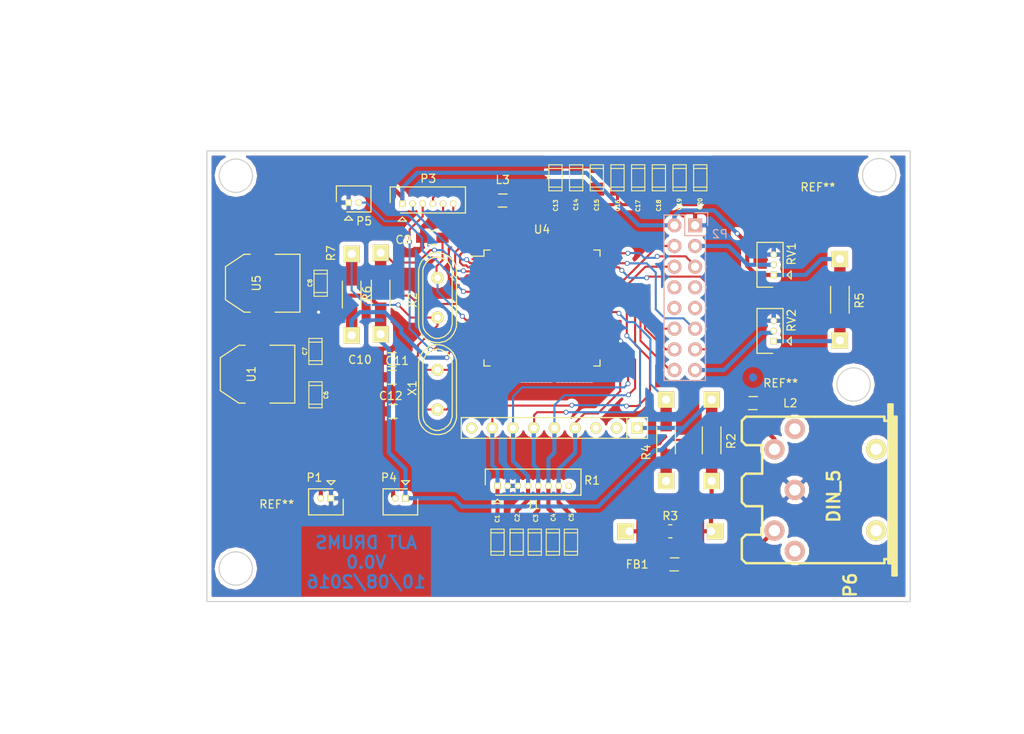
<source format=kicad_pcb>
(kicad_pcb (version 4) (host pcbnew 4.0.2-stable)
  (title_block (title "PCB ") (date 04/08/2016) (rev 0) (company "AJT DRUMS"))
  (layers (0 F.Cu signal) (31 B.Cu signal) (34 B.Paste user) (35 F.Paste user) (36 B.SilkS user) (37 F.SilkS user) (38 B.Mask user) (39 F.Mask user) (44 Edge.Cuts user))
  (net 0 "")
  (net 1 GND)
  (net 2 /Teclado/BUTTON_ON)
  (net 3 /Teclado/BUTTON_ENTER)
  (net 4 /Teclado/BUTTON_UP)
  (net 5 /Teclado/BUTTON_DOWN)
  (net 6 /Teclado/BUTTON_CANCEL)
  (net 7 "Net-(C6-Pad1)")
  (net 8 "Net-(FB1-Pad1)")
  (net 9 "Net-(FB1-Pad2)")
  (net 10 "Net-(L2-Pad1)")
  (net 11 "Net-(L2-Pad2)")
  (net 12 "Net-(L3-Pad1)")
  (net 13 /Graphic_Interface/VEE)
  (net 14 /Graphic_Interface/LCD4)
  (net 15 /Graphic_Interface/LCD1)
  (net 16 /Graphic_Interface/LCD5)
  (net 17 "Net-(P2-Pad7)")
  (net 18 "Net-(P2-Pad8)")
  (net 19 "Net-(P2-Pad9)")
  (net 20 "Net-(P2-Pad10)")
  (net 21 /Graphic_Interface/LCD2)
  (net 22 /Graphic_Interface/LCD6)
  (net 23 /Graphic_Interface/LCD3)
  (net 24 /Graphic_Interface/LCD7)
  (net 25 /Graphic_Interface/LED_A)
  (net 26 /Graphic_Interface/LCD8)
  (net 27 "/MCU /TDO_SWO")
  (net 28 "/MCU /TCK_SWDCLK")
  (net 29 "/MCU /TDI")
  (net 30 "/MCU /TMS_SWDIO")
  (net 31 "/MCU /Reset_N")
  (net 32 "Net-(P5-Pad2)")
  (net 33 "Net-(P6-Pad3)")
  (net 34 "Net-(P6-Pad1)")
  (net 35 "Net-(R2-Pad2)")
  (net 36 "Net-(R5-Pad2)")
  (net 37 "/MCU /TReset_N")
  (net 38 "Net-(R7-Pad2)")
  (net 39 "Net-(U4-Pad6)")
  (net 40 "Net-(U4-Pad7)")
  (net 41 "Net-(U4-Pad8)")
  (net 42 "Net-(U4-Pad14)")
  (net 43 "Net-(U4-Pad19)")
  (net 44 "Net-(U4-Pad24)")
  (net 45 "Net-(U4-Pad25)")
  (net 46 "Net-(U4-Pad26)")
  (net 47 "Net-(U4-Pad27)")
  (net 48 "Net-(U4-Pad29)")
  (net 49 "Net-(U4-Pad30)")
  (net 50 "Net-(U4-Pad32)")
  (net 51 "Net-(U4-Pad33)")
  (net 52 "Net-(U4-Pad34)")
  (net 53 "Net-(U4-Pad35)")
  (net 54 "Net-(U4-Pad36)")
  (net 55 "Net-(U4-Pad37)")
  (net 56 "Net-(U4-Pad38)")
  (net 57 "Net-(U4-Pad39)")
  (net 58 "Net-(U4-Pad40)")
  (net 59 "Net-(U4-Pad43)")
  (net 60 "Net-(U4-Pad46)")
  (net 61 "Net-(U4-Pad47)")
  (net 62 "Net-(U4-Pad48)")
  (net 63 "Net-(U4-Pad49)")
  (net 64 "Net-(U4-Pad50)")
  (net 65 "Net-(U4-Pad56)")
  (net 66 "Net-(U4-Pad57)")
  (net 67 "Net-(U4-Pad58)")
  (net 68 "Net-(U4-Pad59)")
  (net 69 "Net-(U4-Pad60)")
  (net 70 "Net-(U4-Pad61)")
  (net 71 "Net-(U4-Pad63)")
  (net 72 "Net-(U4-Pad76)")
  (net 73 "Net-(U4-Pad77)")
  (net 74 "Net-(U4-Pad78)")
  (net 75 "Net-(U4-Pad79)")
  (net 76 "Net-(U4-Pad80)")
  (net 77 "Net-(U4-Pad81)")
  (net 78 "Net-(U4-Pad82)")
  (net 79 "Net-(U4-Pad85)")
  (net 80 "Net-(U4-Pad86)")
  (net 81 "Net-(U4-Pad87)")
  (net 82 "Net-(U4-Pad88)")
  (net 83 "Net-(U4-Pad89)")
  (net 84 "Net-(U4-Pad90)")
  (net 85 "Net-(U4-Pad91)")
  (net 86 "Net-(U4-Pad92)")
  (net 87 "Net-(U4-Pad93)")
  (net 88 "Net-(U4-Pad94)")
  (net 89 "Net-(U4-Pad95)")
  (net 90 "Net-(U4-Pad98)")
  (net 91 "Net-(U4-Pad99)")
  (net 92 "Net-(U4-Pad100)")
  (net 93 "Net-(R1-Pad2)")
  (net 94 "Net-(R1-Pad3)")
  (net 95 "Net-(U4-Pad20)")
  (net 96 "Net-(U4-Pad21)")
  (net 97 "Net-(U4-Pad44)")
  (net 98 "Net-(U4-Pad45)")
  (net 99 +5V)
  (net 100 +3V3)
  (net 101 "Net-(C10-Pad2)")
  (net 102 "Net-(C11-Pad2)")
  (net 103 "Net-(C12-Pad2)")
  (net 104 "Net-(R4-Pad2)")
  (net 105 "Net-(C9-Pad2)")
  (module TP:Crystal_HC49-U_Vertical (layer F.Cu) (at 135.001 105.029 90)
    (fp_text reference X1 (at 0.2032 -3.0988 90) (layer F.SilkS))
    (fp_text value 12MHZ hide)
    (pad 1 thru_hole circle (at -2.44094 0 90) (size 1.50114 1.50114) (drill 0.8001) (layers *.Cu *.Mask F.SilkS) (net 103 "Net-(C12-Pad2)"))
    (pad 2 thru_hole circle (at 2.44094 0 90) (size 1.50114 1.50114) (drill 0.8001) (layers *.Cu *.Mask F.SilkS) (net 102 "Net-(C11-Pad2)"))
  )
  (module TP:Crystal_HC49-U_Vertical (layer F.Cu) (at 135.001 93.726 90)
    (fp_text reference X2 (at -0.2794 -3.048 90) (layer F.SilkS))
    (fp_text value 32.768HZ hide)
    (pad 1 thru_hole circle (at -2.44094 0 90) (size 1.50114 1.50114) (drill 0.8001) (layers *.Cu *.Mask F.SilkS) (net 101 "Net-(C10-Pad2)"))
    (pad 2 thru_hole circle (at 2.44094 0 90) (size 1.50114 1.50114) (drill 0.8001) (layers *.Cu *.Mask F.SilkS) (net 105 "Net-(C9-Pad2)"))
  )
  (module TP:LQFP-100_14x14mm_Pitch0.5mm (layer F.Cu) (at 147.828 94.996)
    (fp_text reference U4 (at 0 -9.65) (layer F.SilkS))
    (fp_text value LPC1769FBD100 hide)
    (pad 1 smd rect (at -7.9 -6) (size 1.5 0.28) (layers F.Cu F.Paste F.Mask) (net 27 "/MCU /TDO_SWO"))
    (pad 2 smd rect (at -7.9 -5.5) (size 1.5 0.28) (layers F.Cu F.Paste F.Mask) (net 29 "/MCU /TDI"))
    (pad 3 smd rect (at -7.9 -5) (size 1.5 0.28) (layers F.Cu F.Paste F.Mask) (net 30 "/MCU /TMS_SWDIO"))
    (pad 4 smd rect (at -7.9 -4.5) (size 1.5 0.28) (layers F.Cu F.Paste F.Mask) (net 37 "/MCU /TReset_N"))
    (pad 5 smd rect (at -7.9 -4) (size 1.5 0.28) (layers F.Cu F.Paste F.Mask) (net 28 "/MCU /TCK_SWDCLK"))
    (pad 6 smd rect (at -7.9 -3.5) (size 1.5 0.28) (layers F.Cu F.Paste F.Mask) (net 39 "Net-(U4-Pad6)"))
    (pad 7 smd rect (at -7.9 -3) (size 1.5 0.28) (layers F.Cu F.Paste F.Mask) (net 40 "Net-(U4-Pad7)"))
    (pad 8 smd rect (at -7.9 -2.5) (size 1.5 0.28) (layers F.Cu F.Paste F.Mask) (net 41 "Net-(U4-Pad8)"))
    (pad 9 smd rect (at -7.9 -2) (size 1.5 0.28) (layers F.Cu F.Paste F.Mask) (net 32 "Net-(P5-Pad2)"))
    (pad 10 smd rect (at -7.9 -1.5) (size 1.5 0.28) (layers F.Cu F.Paste F.Mask) (net 12 "Net-(L3-Pad1)"))
    (pad 11 smd rect (at -7.9 -1) (size 1.5 0.28) (layers F.Cu F.Paste F.Mask) (net 1 GND))
    (pad 12 smd rect (at -7.9 -0.5) (size 1.5 0.28) (layers F.Cu F.Paste F.Mask) (net 100 +3V3))
    (pad 13 smd rect (at -7.9 0) (size 1.5 0.28) (layers F.Cu F.Paste F.Mask))
    (pad 14 smd rect (at -7.9 0.5) (size 1.5 0.28) (layers F.Cu F.Paste F.Mask) (net 42 "Net-(U4-Pad14)"))
    (pad 15 smd rect (at -7.9 1) (size 1.5 0.28) (layers F.Cu F.Paste F.Mask) (net 1 GND))
    (pad 16 smd rect (at -7.9 1.5) (size 1.5 0.28) (layers F.Cu F.Paste F.Mask) (net 105 "Net-(C9-Pad2)"))
    (pad 17 smd rect (at -7.9 2) (size 1.5 0.28) (layers F.Cu F.Paste F.Mask) (net 31 "/MCU /Reset_N"))
    (pad 18 smd rect (at -7.9 2.5) (size 1.5 0.28) (layers F.Cu F.Paste F.Mask) (net 38 "Net-(R7-Pad2)"))
    (pad 19 smd rect (at -7.9 3) (size 1.5 0.28) (layers F.Cu F.Paste F.Mask) (net 43 "Net-(U4-Pad19)"))
    (pad 20 smd rect (at -7.9 3.5) (size 1.5 0.28) (layers F.Cu F.Paste F.Mask) (net 95 "Net-(U4-Pad20)"))
    (pad 21 smd rect (at -7.9 4) (size 1.5 0.28) (layers F.Cu F.Paste F.Mask) (net 96 "Net-(U4-Pad21)"))
    (pad 22 smd rect (at -7.9 4.5) (size 1.5 0.28) (layers F.Cu F.Paste F.Mask) (net 102 "Net-(C11-Pad2)"))
    (pad 23 smd rect (at -7.9 5) (size 1.5 0.28) (layers F.Cu F.Paste F.Mask) (net 103 "Net-(C12-Pad2)"))
    (pad 24 smd rect (at -7.9 5.5) (size 1.5 0.28) (layers F.Cu F.Paste F.Mask) (net 44 "Net-(U4-Pad24)"))
    (pad 25 smd rect (at -7.9 6) (size 1.5 0.28) (layers F.Cu F.Paste F.Mask) (net 45 "Net-(U4-Pad25)"))
    (pad 26 smd rect (at -6 7.9 90) (size 1.5 0.28) (layers F.Cu F.Paste F.Mask) (net 46 "Net-(U4-Pad26)"))
    (pad 27 smd rect (at -5.5 7.9 90) (size 1.5 0.28) (layers F.Cu F.Paste F.Mask) (net 47 "Net-(U4-Pad27)"))
    (pad 28 smd rect (at -5 7.9 90) (size 1.5 0.28) (layers F.Cu F.Paste F.Mask) (net 100 +3V3))
    (pad 29 smd rect (at -4.5 7.9 90) (size 1.5 0.28) (layers F.Cu F.Paste F.Mask) (net 48 "Net-(U4-Pad29)"))
    (pad 30 smd rect (at -4 7.9 90) (size 1.5 0.28) (layers F.Cu F.Paste F.Mask) (net 49 "Net-(U4-Pad30)"))
    (pad 31 smd rect (at -3.5 7.9 90) (size 1.5 0.28) (layers F.Cu F.Paste F.Mask) (net 1 GND))
    (pad 32 smd rect (at -3 7.9 90) (size 1.5 0.28) (layers F.Cu F.Paste F.Mask) (net 50 "Net-(U4-Pad32)"))
    (pad 33 smd rect (at -2.5 7.9 90) (size 1.5 0.28) (layers F.Cu F.Paste F.Mask) (net 51 "Net-(U4-Pad33)"))
    (pad 34 smd rect (at -2 7.9 90) (size 1.5 0.28) (layers F.Cu F.Paste F.Mask) (net 52 "Net-(U4-Pad34)"))
    (pad 35 smd rect (at -1.5 7.9 90) (size 1.5 0.28) (layers F.Cu F.Paste F.Mask) (net 53 "Net-(U4-Pad35)"))
    (pad 36 smd rect (at -1 7.9 90) (size 1.5 0.28) (layers F.Cu F.Paste F.Mask) (net 54 "Net-(U4-Pad36)"))
    (pad 37 smd rect (at -0.5 7.9 90) (size 1.5 0.28) (layers F.Cu F.Paste F.Mask) (net 55 "Net-(U4-Pad37)"))
    (pad 38 smd rect (at 0 7.9 90) (size 1.5 0.28) (layers F.Cu F.Paste F.Mask) (net 56 "Net-(U4-Pad38)"))
    (pad 39 smd rect (at 0.5 7.9 90) (size 1.5 0.28) (layers F.Cu F.Paste F.Mask) (net 57 "Net-(U4-Pad39)"))
    (pad 40 smd rect (at 1 7.9 90) (size 1.5 0.28) (layers F.Cu F.Paste F.Mask) (net 58 "Net-(U4-Pad40)"))
    (pad 41 smd rect (at 1.5 7.9 90) (size 1.5 0.28) (layers F.Cu F.Paste F.Mask) (net 1 GND))
    (pad 42 smd rect (at 2 7.9 90) (size 1.5 0.28) (layers F.Cu F.Paste F.Mask) (net 100 +3V3))
    (pad 43 smd rect (at 2.5 7.9 90) (size 1.5 0.28) (layers F.Cu F.Paste F.Mask) (net 59 "Net-(U4-Pad43)"))
    (pad 44 smd rect (at 3 7.9 90) (size 1.5 0.28) (layers F.Cu F.Paste F.Mask) (net 97 "Net-(U4-Pad44)"))
    (pad 45 smd rect (at 3.5 7.9 90) (size 1.5 0.28) (layers F.Cu F.Paste F.Mask) (net 98 "Net-(U4-Pad45)"))
    (pad 46 smd rect (at 4 7.9 90) (size 1.5 0.28) (layers F.Cu F.Paste F.Mask) (net 60 "Net-(U4-Pad46)"))
    (pad 47 smd rect (at 4.5 7.9 90) (size 1.5 0.28) (layers F.Cu F.Paste F.Mask) (net 61 "Net-(U4-Pad47)"))
    (pad 48 smd rect (at 5 7.9 90) (size 1.5 0.28) (layers F.Cu F.Paste F.Mask) (net 62 "Net-(U4-Pad48)"))
    (pad 49 smd rect (at 5.5 7.9 90) (size 1.5 0.28) (layers F.Cu F.Paste F.Mask) (net 63 "Net-(U4-Pad49)"))
    (pad 50 smd rect (at 6 7.9 90) (size 1.5 0.28) (layers F.Cu F.Paste F.Mask) (net 64 "Net-(U4-Pad50)"))
    (pad 51 smd rect (at 7.9 6) (size 1.5 0.28) (layers F.Cu F.Paste F.Mask) (net 6 /Teclado/BUTTON_CANCEL))
    (pad 52 smd rect (at 7.9 5.5) (size 1.5 0.28) (layers F.Cu F.Paste F.Mask) (net 3 /Teclado/BUTTON_ENTER))
    (pad 53 smd rect (at 7.9 5) (size 1.5 0.28) (layers F.Cu F.Paste F.Mask) (net 5 /Teclado/BUTTON_DOWN))
    (pad 54 smd rect (at 7.9 4.5) (size 1.5 0.28) (layers F.Cu F.Paste F.Mask) (net 100 +3V3))
    (pad 55 smd rect (at 7.9 4) (size 1.5 0.28) (layers F.Cu F.Paste F.Mask) (net 1 GND))
    (pad 56 smd rect (at 7.9 3.5) (size 1.5 0.28) (layers F.Cu F.Paste F.Mask) (net 65 "Net-(U4-Pad56)"))
    (pad 57 smd rect (at 7.9 3) (size 1.5 0.28) (layers F.Cu F.Paste F.Mask) (net 66 "Net-(U4-Pad57)"))
    (pad 58 smd rect (at 7.9 2.5) (size 1.5 0.28) (layers F.Cu F.Paste F.Mask) (net 67 "Net-(U4-Pad58)"))
    (pad 59 smd rect (at 7.9 2) (size 1.5 0.28) (layers F.Cu F.Paste F.Mask) (net 68 "Net-(U4-Pad59)"))
    (pad 60 smd rect (at 7.9 1.5) (size 1.5 0.28) (layers F.Cu F.Paste F.Mask) (net 69 "Net-(U4-Pad60)"))
    (pad 61 smd rect (at 7.9 1) (size 1.5 0.28) (layers F.Cu F.Paste F.Mask) (net 70 "Net-(U4-Pad61)"))
    (pad 62 smd rect (at 7.9 0.5) (size 1.5 0.28) (layers F.Cu F.Paste F.Mask) (net 104 "Net-(R4-Pad2)"))
    (pad 63 smd rect (at 7.9 0) (size 1.5 0.28) (layers F.Cu F.Paste F.Mask) (net 71 "Net-(U4-Pad63)"))
    (pad 64 smd rect (at 7.9 -0.5) (size 1.5 0.28) (layers F.Cu F.Paste F.Mask) (net 4 /Teclado/BUTTON_UP))
    (pad 65 smd rect (at 7.9 -1) (size 1.5 0.28) (layers F.Cu F.Paste F.Mask) (net 2 /Teclado/BUTTON_ON))
    (pad 66 smd rect (at 7.9 -1.5) (size 1.5 0.28) (layers F.Cu F.Paste F.Mask) (net 26 /Graphic_Interface/LCD8))
    (pad 67 smd rect (at 7.9 -2) (size 1.5 0.28) (layers F.Cu F.Paste F.Mask) (net 24 /Graphic_Interface/LCD7))
    (pad 68 smd rect (at 7.9 -2.5) (size 1.5 0.28) (layers F.Cu F.Paste F.Mask) (net 22 /Graphic_Interface/LCD6))
    (pad 69 smd rect (at 7.9 -3) (size 1.5 0.28) (layers F.Cu F.Paste F.Mask) (net 16 /Graphic_Interface/LCD5))
    (pad 70 smd rect (at 7.9 -3.5) (size 1.5 0.28) (layers F.Cu F.Paste F.Mask) (net 14 /Graphic_Interface/LCD4))
    (pad 71 smd rect (at 7.9 -4) (size 1.5 0.28) (layers F.Cu F.Paste F.Mask) (net 100 +3V3))
    (pad 72 smd rect (at 7.9 -4.5) (size 1.5 0.28) (layers F.Cu F.Paste F.Mask) (net 1 GND))
    (pad 73 smd rect (at 7.9 -5) (size 1.5 0.28) (layers F.Cu F.Paste F.Mask) (net 23 /Graphic_Interface/LCD3))
    (pad 74 smd rect (at 7.9 -5.5) (size 1.5 0.28) (layers F.Cu F.Paste F.Mask) (net 21 /Graphic_Interface/LCD2))
    (pad 75 smd rect (at 7.9 -6) (size 1.5 0.28) (layers F.Cu F.Paste F.Mask) (net 15 /Graphic_Interface/LCD1))
    (pad 76 smd rect (at 6 -7.9 90) (size 1.5 0.28) (layers F.Cu F.Paste F.Mask) (net 72 "Net-(U4-Pad76)"))
    (pad 77 smd rect (at 5.5 -7.9 90) (size 1.5 0.28) (layers F.Cu F.Paste F.Mask) (net 73 "Net-(U4-Pad77)"))
    (pad 78 smd rect (at 5 -7.9 90) (size 1.5 0.28) (layers F.Cu F.Paste F.Mask) (net 74 "Net-(U4-Pad78)"))
    (pad 79 smd rect (at 4.5 -7.9 90) (size 1.5 0.28) (layers F.Cu F.Paste F.Mask) (net 75 "Net-(U4-Pad79)"))
    (pad 80 smd rect (at 4 -7.9 90) (size 1.5 0.28) (layers F.Cu F.Paste F.Mask) (net 76 "Net-(U4-Pad80)"))
    (pad 81 smd rect (at 3.5 -7.9 90) (size 1.5 0.28) (layers F.Cu F.Paste F.Mask) (net 77 "Net-(U4-Pad81)"))
    (pad 82 smd rect (at 3 -7.9 90) (size 1.5 0.28) (layers F.Cu F.Paste F.Mask) (net 78 "Net-(U4-Pad82)"))
    (pad 83 smd rect (at 2.5 -7.9 90) (size 1.5 0.28) (layers F.Cu F.Paste F.Mask) (net 1 GND))
    (pad 84 smd rect (at 2 -7.9 90) (size 1.5 0.28) (layers F.Cu F.Paste F.Mask) (net 100 +3V3))
    (pad 85 smd rect (at 1.5 -7.9 90) (size 1.5 0.28) (layers F.Cu F.Paste F.Mask) (net 79 "Net-(U4-Pad85)"))
    (pad 86 smd rect (at 1 -7.9 90) (size 1.5 0.28) (layers F.Cu F.Paste F.Mask) (net 80 "Net-(U4-Pad86)"))
    (pad 87 smd rect (at 0.5 -7.9 90) (size 1.5 0.28) (layers F.Cu F.Paste F.Mask) (net 81 "Net-(U4-Pad87)"))
    (pad 88 smd rect (at 0 -7.9 90) (size 1.5 0.28) (layers F.Cu F.Paste F.Mask) (net 82 "Net-(U4-Pad88)"))
    (pad 89 smd rect (at -0.5 -7.9 90) (size 1.5 0.28) (layers F.Cu F.Paste F.Mask) (net 83 "Net-(U4-Pad89)"))
    (pad 90 smd rect (at -1 -7.9 90) (size 1.5 0.28) (layers F.Cu F.Paste F.Mask) (net 84 "Net-(U4-Pad90)"))
    (pad 91 smd rect (at -1.5 -7.9 90) (size 1.5 0.28) (layers F.Cu F.Paste F.Mask) (net 85 "Net-(U4-Pad91)"))
    (pad 92 smd rect (at -2 -7.9 90) (size 1.5 0.28) (layers F.Cu F.Paste F.Mask) (net 86 "Net-(U4-Pad92)"))
    (pad 93 smd rect (at -2.5 -7.9 90) (size 1.5 0.28) (layers F.Cu F.Paste F.Mask) (net 87 "Net-(U4-Pad93)"))
    (pad 94 smd rect (at -3 -7.9 90) (size 1.5 0.28) (layers F.Cu F.Paste F.Mask) (net 88 "Net-(U4-Pad94)"))
    (pad 95 smd rect (at -3.5 -7.9 90) (size 1.5 0.28) (layers F.Cu F.Paste F.Mask) (net 89 "Net-(U4-Pad95)"))
    (pad 96 smd rect (at -4 -7.9 90) (size 1.5 0.28) (layers F.Cu F.Paste F.Mask) (net 100 +3V3))
    (pad 97 smd rect (at -4.5 -7.9 90) (size 1.5 0.28) (layers F.Cu F.Paste F.Mask) (net 1 GND))
    (pad 98 smd rect (at -5 -7.9 90) (size 1.5 0.28) (layers F.Cu F.Paste F.Mask) (net 90 "Net-(U4-Pad98)"))
    (pad 99 smd rect (at -5.5 -7.9 90) (size 1.5 0.28) (layers F.Cu F.Paste F.Mask) (net 91 "Net-(U4-Pad99)"))
    (pad 100 smd rect (at -6 -7.9 90) (size 1.5 0.28) (layers F.Cu F.Paste F.Mask) (net 92 "Net-(U4-Pad100)"))
  )
  (module TP:Choke_SMD_1206_Standard (layer F.Cu) (at 143.002 81.788)
    (fp_text reference L3 (at 0 -2.54) (layer F.SilkS))
    (fp_text value BK1608HS220-T hide)
    (pad 1 smd rect (at -1.80086 0) (size 1.6002 1.19888) (layers F.Cu F.Paste F.Mask) (net 12 "Net-(L3-Pad1)"))
    (pad 2 smd rect (at 1.80086 0) (size 1.6002 1.19888) (layers F.Cu F.Paste F.Mask) (net 100 +3V3))
  )
  (module TP:c_1206 (layer F.Cu) (at 142.367 123.7615 90)
    (fp_text reference C1 (at 2.8829 -0.0254 90) (layer F.SilkS) (effects (font (size 0.50038 0.50038) (thickness 0.11938))))
    (fp_text value 1uf hide)
    (pad 1 smd rect (at 1.397 0 90) (size 1.6002 1.8034) (layers F.Cu F.Paste F.Mask) (net 2 /Teclado/BUTTON_ON))
    (pad 2 smd rect (at -1.397 0 90) (size 1.6002 1.8034) (layers F.Cu F.Paste F.Mask) (net 1 GND))
  )
  (module TP:c_1206 (layer F.Cu) (at 144.7165 123.7615 90)
    (fp_text reference C2 (at 2.9845 0.0889 90) (layer F.SilkS) (effects (font (size 0.50038 0.50038) (thickness 0.11938))))
    (fp_text value 1uf hide)
    (pad 1 smd rect (at 1.397 0 90) (size 1.6002 1.8034) (layers F.Cu F.Paste F.Mask) (net 3 /Teclado/BUTTON_ENTER))
    (pad 2 smd rect (at -1.397 0 90) (size 1.6002 1.8034) (layers F.Cu F.Paste F.Mask) (net 1 GND))
  )
  (module TP:c_1206 (layer F.Cu) (at 146.939 123.7615 90)
    (fp_text reference C3 (at 2.9337 0.127 90) (layer F.SilkS) (effects (font (size 0.50038 0.50038) (thickness 0.11938))))
    (fp_text value 1uf hide)
    (pad 1 smd rect (at 1.397 0 90) (size 1.6002 1.8034) (layers F.Cu F.Paste F.Mask) (net 4 /Teclado/BUTTON_UP))
    (pad 2 smd rect (at -1.397 0 90) (size 1.6002 1.8034) (layers F.Cu F.Paste F.Mask) (net 1 GND))
  )
  (module TP:c_1206 (layer F.Cu) (at 149.1615 123.7615 90)
    (fp_text reference C4 (at 3.0353 0.0635 90) (layer F.SilkS) (effects (font (size 0.50038 0.50038) (thickness 0.11938))))
    (fp_text value 1uf hide)
    (pad 1 smd rect (at 1.397 0 90) (size 1.6002 1.8034) (layers F.Cu F.Paste F.Mask) (net 5 /Teclado/BUTTON_DOWN))
    (pad 2 smd rect (at -1.397 0 90) (size 1.6002 1.8034) (layers F.Cu F.Paste F.Mask) (net 1 GND))
  )
  (module TP:c_1206 (layer F.Cu) (at 151.384 123.7615 90)
    (fp_text reference C5 (at 3.0353 0.0508 90) (layer F.SilkS) (effects (font (size 0.50038 0.50038) (thickness 0.11938))))
    (fp_text value 1uf hide)
    (pad 1 smd rect (at 1.397 0 90) (size 1.6002 1.8034) (layers F.Cu F.Paste F.Mask) (net 6 /Teclado/BUTTON_CANCEL))
    (pad 2 smd rect (at -1.397 0 90) (size 1.6002 1.8034) (layers F.Cu F.Paste F.Mask) (net 1 GND))
  )
  (module TP:c_1206 (layer F.Cu) (at 120.015 105.664 270)
    (fp_text reference C6 (at 0.0254 -1.2954 270) (layer F.SilkS) (effects (font (size 0.50038 0.50038) (thickness 0.11938))))
    (fp_text value 10uf hide)
    (pad 1 smd rect (at 1.397 0 270) (size 1.6002 1.8034) (layers F.Cu F.Paste F.Mask) (net 7 "Net-(C6-Pad1)"))
    (pad 2 smd rect (at -1.397 0 270) (size 1.6002 1.8034) (layers F.Cu F.Paste F.Mask) (net 1 GND))
  )
  (module TP:c_1206 (layer F.Cu) (at 120.015 100.33 90)
    (fp_text reference C7 (at 0.0254 -1.2954 90) (layer F.SilkS) (effects (font (size 0.50038 0.50038) (thickness 0.11938))))
    (fp_text value 1uf hide)
    (pad 1 smd rect (at 1.397 0 90) (size 1.6002 1.8034) (layers F.Cu F.Paste F.Mask) (net 99 +5V))
    (pad 2 smd rect (at -1.397 0 90) (size 1.6002 1.8034) (layers F.Cu F.Paste F.Mask) (net 1 GND))
  )
  (module TP:c_1206 (layer F.Cu) (at 120.65 91.948 90)
    (fp_text reference C8 (at 0.0254 -1.2954 90) (layer F.SilkS) (effects (font (size 0.50038 0.50038) (thickness 0.11938))))
    (fp_text value 1uf hide)
    (pad 1 smd rect (at 1.397 0 90) (size 1.6002 1.8034) (layers F.Cu F.Paste F.Mask) (net 100 +3V3))
    (pad 2 smd rect (at -1.397 0 90) (size 1.6002 1.8034) (layers F.Cu F.Paste F.Mask) (net 1 GND))
  )
  (module TP:C_0805_HandSoldering (layer F.Cu) (at 134.366 86.36)
    (fp_text reference C9 (at -3.556 0.254) (layer F.SilkS))
    (fp_text value 18pF hide)
    (pad 1 smd rect (at -1.25 0) (size 1.5 1.25) (layers F.Cu F.Paste F.Mask) (net 1 GND))
    (pad 2 smd rect (at 1.25 0) (size 1.5 1.25) (layers F.Cu F.Paste F.Mask) (net 105 "Net-(C9-Pad2)"))
  )
  (module TP:C_0805_HandSoldering (layer F.Cu) (at 129.413 101.346)
    (fp_text reference C10 (at -3.937 0) (layer F.SilkS))
    (fp_text value 18pF hide)
    (pad 1 smd rect (at -1.25 0) (size 1.5 1.25) (layers F.Cu F.Paste F.Mask) (net 1 GND))
    (pad 2 smd rect (at 1.25 0) (size 1.5 1.25) (layers F.Cu F.Paste F.Mask) (net 101 "Net-(C10-Pad2)"))
  )
  (module TP:C_0805_HandSoldering (layer F.Cu) (at 129.413 103.505)
    (fp_text reference C11 (at 0.635 -2.032) (layer F.SilkS))
    (fp_text value 5pF hide)
    (pad 1 smd rect (at -1.25 0) (size 1.5 1.25) (layers F.Cu F.Paste F.Mask) (net 1 GND))
    (pad 2 smd rect (at 1.25 0) (size 1.5 1.25) (layers F.Cu F.Paste F.Mask) (net 102 "Net-(C11-Pad2)"))
  )
  (module TP:C_0805_HandSoldering (layer F.Cu) (at 129.54 107.696)
    (fp_text reference C12 (at -0.2794 -1.905) (layer F.SilkS))
    (fp_text value 5pF hide)
    (pad 1 smd rect (at -1.25 0) (size 1.5 1.25) (layers F.Cu F.Paste F.Mask) (net 1 GND))
    (pad 2 smd rect (at 1.25 0) (size 1.5 1.25) (layers F.Cu F.Paste F.Mask) (net 103 "Net-(C12-Pad2)"))
  )
  (module TP:c_1206 (layer F.Cu) (at 149.479 78.994 90)
    (fp_text reference C13 (at -3.4036 0.0254 90) (layer F.SilkS) (effects (font (size 0.50038 0.50038) (thickness 0.11938))))
    (fp_text value 100nf hide)
    (pad 1 smd rect (at 1.397 0 90) (size 1.6002 1.8034) (layers F.Cu F.Paste F.Mask) (net 1 GND))
    (pad 2 smd rect (at -1.397 0 90) (size 1.6002 1.8034) (layers F.Cu F.Paste F.Mask) (net 100 +3V3))
  )
  (module TP:c_1206 (layer F.Cu) (at 152.019 78.994 90)
    (fp_text reference C14 (at -3.302 -0.0254 90) (layer F.SilkS) (effects (font (size 0.50038 0.50038) (thickness 0.11938))))
    (fp_text value 100nf hide)
    (pad 1 smd rect (at 1.397 0 90) (size 1.6002 1.8034) (layers F.Cu F.Paste F.Mask) (net 1 GND))
    (pad 2 smd rect (at -1.397 0 90) (size 1.6002 1.8034) (layers F.Cu F.Paste F.Mask) (net 100 +3V3))
  )
  (module TP:c_1206 (layer F.Cu) (at 154.559 78.994 90)
    (fp_text reference C15 (at -3.3528 -0.0254 90) (layer F.SilkS) (effects (font (size 0.50038 0.50038) (thickness 0.11938))))
    (fp_text value 100nf hide)
    (pad 1 smd rect (at 1.397 0 90) (size 1.6002 1.8034) (layers F.Cu F.Paste F.Mask) (net 1 GND))
    (pad 2 smd rect (at -1.397 0 90) (size 1.6002 1.8034) (layers F.Cu F.Paste F.Mask) (net 100 +3V3))
  )
  (module TP:c_1206 (layer F.Cu) (at 157.099 78.994 90)
    (fp_text reference C16 (at -3.4036 0.0254 90) (layer F.SilkS) (effects (font (size 0.50038 0.50038) (thickness 0.11938))))
    (fp_text value 100nf hide)
    (pad 1 smd rect (at 1.397 0 90) (size 1.6002 1.8034) (layers F.Cu F.Paste F.Mask) (net 1 GND))
    (pad 2 smd rect (at -1.397 0 90) (size 1.6002 1.8034) (layers F.Cu F.Paste F.Mask) (net 100 +3V3))
  )
  (module TP:c_1206 (layer F.Cu) (at 159.639 78.994 90)
    (fp_text reference C17 (at -3.4544 -0.0254 90) (layer F.SilkS) (effects (font (size 0.50038 0.50038) (thickness 0.11938))))
    (fp_text value 100nf hide)
    (pad 1 smd rect (at 1.397 0 90) (size 1.6002 1.8034) (layers F.Cu F.Paste F.Mask) (net 1 GND))
    (pad 2 smd rect (at -1.397 0 90) (size 1.6002 1.8034) (layers F.Cu F.Paste F.Mask) (net 100 +3V3))
  )
  (module TP:c_1206 (layer F.Cu) (at 162.179 78.994 90)
    (fp_text reference C18 (at -3.4036 -0.0254 90) (layer F.SilkS) (effects (font (size 0.50038 0.50038) (thickness 0.11938))))
    (fp_text value 100nf hide)
    (pad 1 smd rect (at 1.397 0 90) (size 1.6002 1.8034) (layers F.Cu F.Paste F.Mask) (net 1 GND))
    (pad 2 smd rect (at -1.397 0 90) (size 1.6002 1.8034) (layers F.Cu F.Paste F.Mask) (net 100 +3V3))
  )
  (module TP:c_1206 (layer F.Cu) (at 164.719 78.994 90)
    (fp_text reference C19 (at -3.2512 -0.0254 90) (layer F.SilkS) (effects (font (size 0.50038 0.50038) (thickness 0.11938))))
    (fp_text value 100nf hide)
    (pad 1 smd rect (at 1.397 0 90) (size 1.6002 1.8034) (layers F.Cu F.Paste F.Mask) (net 1 GND))
    (pad 2 smd rect (at -1.397 0 90) (size 1.6002 1.8034) (layers F.Cu F.Paste F.Mask) (net 100 +3V3))
  )
  (module TP:c_1206 (layer F.Cu) (at 167.259 78.994 90)
    (fp_text reference C20 (at -3.2004 -0.0254 90) (layer F.SilkS) (effects (font (size 0.50038 0.50038) (thickness 0.11938))))
    (fp_text value 100nf hide)
    (pad 1 smd rect (at 1.397 0 90) (size 1.6002 1.8034) (layers F.Cu F.Paste F.Mask) (net 1 GND))
    (pad 2 smd rect (at -1.397 0 90) (size 1.6002 1.8034) (layers F.Cu F.Paste F.Mask) (net 100 +3V3))
  )
  (module TP:Choke_SMD_1206_Standard (layer F.Cu) (at 164.084 126.492)
    (fp_text reference FB1 (at -4.572 0) (layer F.SilkS))
    (fp_text value FILTER hide)
    (pad 1 smd rect (at -1.80086 0) (size 1.6002 1.19888) (layers F.Cu F.Paste F.Mask) (net 8 "Net-(FB1-Pad1)"))
    (pad 2 smd rect (at 1.80086 0) (size 1.6002 1.19888) (layers F.Cu F.Paste F.Mask) (net 9 "Net-(FB1-Pad2)"))
  )
  (module TP:Choke_SMD_1206_Standard (layer F.Cu) (at 173.736 106.68 180)
    (fp_text reference L2 (at -4.572 0 180) (layer F.SilkS))
    (fp_text value 100K@10MHZ hide)
    (pad 1 smd rect (at -1.80086 0 180) (size 1.6002 1.19888) (layers F.Cu F.Paste F.Mask) (net 10 "Net-(L2-Pad1)"))
    (pad 2 smd rect (at 1.80086 0 180) (size 1.6002 1.19888) (layers F.Cu F.Paste F.Mask) (net 11 "Net-(L2-Pad2)"))
  )
  (module TP:din-5 (layer F.Cu) (at 181.864 117.348 90)
    (fp_text reference P6 (at -11.684 3.81 90) (layer F.SilkS) (effects (font (thickness 0.3048))))
    (fp_text value DIN_5 (at -0.762 1.778 90) (layer F.SilkS) (effects (font (thickness 0.3048))))
    (pad 3 thru_hole circle (at -7.49808 -2.9972 90) (size 2.49936 2.49936) (drill 1.397) (layers *.Cu *.SilkS *.Mask) (net 33 "Net-(P6-Pad3)"))
    (pad 4 thru_hole circle (at 4.99618 -5.4991 90) (size 2.49936 2.49936) (drill 1.397) (layers *.Cu *.SilkS *.Mask) (net 10 "Net-(L2-Pad1)"))
    (pad 2 thru_hole circle (at 0 -2.99974 90) (size 2.49936 2.49936) (drill 1.397) (layers *.Cu *.SilkS *.Mask) (net 1 GND))
    (pad 1 thru_hole circle (at 7.49808 -2.9972 90) (size 2.49936 2.49936) (drill 1.397) (layers *.Cu *.SilkS *.Mask) (net 34 "Net-(P6-Pad1)"))
    (pad 5 thru_hole circle (at -4.99618 -5.4991 90) (size 2.49936 2.49936) (drill 1.397) (layers *.Cu *.SilkS *.Mask) (net 9 "Net-(FB1-Pad2)"))
    (pad "" np_thru_hole circle (at 5.00126 6.9977 90) (size 2.49936 2.49936) (drill 1.397) (layers *.Cu *.Mask F.SilkS))
    (pad "" np_thru_hole circle (at -5.00126 6.9977 90) (size 2.49936 2.49936) (drill 1.397) (layers *.Cu *.Mask F.SilkS))
  )
  (module TP:Resistor_Array_SIP8 (layer F.Cu) (at 149.352 109.728 180)
    (fp_text reference R1 (at -4.6228 -6.4516 180) (layer F.SilkS))
    (fp_text value Resistor_Array_10K hide)
    (pad 1 thru_hole rect (at -10.16 0 180) (size 1.397 1.397) (drill 0.8128) (layers *.Cu *.Mask F.SilkS) (net 100 +3V3))
    (pad 2 thru_hole circle (at -7.62 0 180) (size 1.397 1.397) (drill 0.8128) (layers *.Cu *.Mask F.SilkS) (net 93 "Net-(R1-Pad2)"))
    (pad 3 thru_hole circle (at -5.08 0 180) (size 1.397 1.397) (drill 0.8128) (layers *.Cu *.Mask F.SilkS) (net 94 "Net-(R1-Pad3)"))
    (pad 4 thru_hole circle (at -2.54 0 180) (size 1.397 1.397) (drill 0.8128) (layers *.Cu *.Mask F.SilkS) (net 6 /Teclado/BUTTON_CANCEL))
    (pad 5 thru_hole circle (at 0 0 180) (size 1.397 1.397) (drill 0.8128) (layers *.Cu *.Mask F.SilkS) (net 5 /Teclado/BUTTON_DOWN))
    (pad 6 thru_hole circle (at 2.54 0 180) (size 1.397 1.397) (drill 0.8128) (layers *.Cu *.Mask F.SilkS) (net 4 /Teclado/BUTTON_UP))
    (pad 7 thru_hole circle (at 5.08 0 180) (size 1.397 1.397) (drill 0.8128) (layers *.Cu *.Mask F.SilkS) (net 3 /Teclado/BUTTON_ENTER))
    (pad 8 thru_hole circle (at 7.62 0 180) (size 1.397 1.397) (drill 0.8128) (layers *.Cu *.Mask F.SilkS) (net 2 /Teclado/BUTTON_ON))
    (pad 9 thru_hole circle (at 10.16 0 180) (size 1.397 1.397) (drill 0.8128) (layers *.Cu *.Mask F.SilkS))
  )
  (module TP:Resistor_SMD+THTuniversal_1206_RM10_HandSoldering (layer F.Cu) (at 168.656 111.252 270)
    (fp_text reference R2 (at 0.09906 -2.4003 270) (layer F.SilkS))
    (fp_text value 33ohms hide)
    (pad 1 smd rect (at -2.60096 0 270) (size 2.99974 1.39954) (layers F.Cu F.Paste F.Mask) (net 100 +3V3))
    (pad 2 smd rect (at 2.60096 0 270) (size 2.99974 1.39954) (layers F.Cu F.Paste F.Mask) (net 35 "Net-(R2-Pad2)"))
    (pad 1 thru_hole rect (at -5.00126 0 270) (size 1.99898 1.99898) (drill 1.00076) (layers *.Cu *.Mask F.SilkS) (net 100 +3V3))
    (pad 2 thru_hole rect (at 5.00126 0 270) (size 1.99898 1.99898) (drill 1.00076) (layers *.Cu *.Mask F.SilkS) (net 35 "Net-(R2-Pad2)"))
  )
  (module TP:Resistor_SMD+THTuniversal_0805to2512_RM10_HandSoldering (layer F.Cu) (at 163.576 122.428 180)
    (fp_text reference R3 (at 0 1.8796 180) (layer F.SilkS))
    (fp_text value "0 ohms" hide)
    (pad 1 smd trapezoid (at -2.413 0 180) (size 3.50012 2.79908) (rect_delta 1.09982 0) (layers F.Cu F.Paste F.Mask) (net 35 "Net-(R2-Pad2)"))
    (pad 2 smd trapezoid (at 2.413 0) (size 3.50012 2.79908) (rect_delta 1.09982 0) (layers F.Cu F.Paste F.Mask) (net 8 "Net-(FB1-Pad1)"))
    (pad 1 thru_hole rect (at -5.00126 0) (size 1.99898 1.99898) (drill 1.00076 (offset 0.50038 0)) (layers *.Cu *.Mask F.SilkS) (net 35 "Net-(R2-Pad2)"))
    (pad 2 thru_hole rect (at 5.00126 0) (size 1.99898 1.99898) (drill 1.00076 (offset -0.50038 0)) (layers *.Cu *.Mask F.SilkS) (net 8 "Net-(FB1-Pad1)"))
  )
  (module TP:Resistor_SMD+THTuniversal_1206_RM10_HandSoldering (layer F.Cu) (at 163.068 111.252 90)
    (fp_text reference R4 (at -1.4732 -2.4384 90) (layer F.SilkS))
    (fp_text value "10 ohms" hide)
    (pad 1 smd rect (at -2.60096 0 90) (size 2.99974 1.39954) (layers F.Cu F.Paste F.Mask) (net 11 "Net-(L2-Pad2)"))
    (pad 2 smd rect (at 2.60096 0 90) (size 2.99974 1.39954) (layers F.Cu F.Paste F.Mask) (net 104 "Net-(R4-Pad2)"))
    (pad 1 thru_hole rect (at -5.00126 0 90) (size 1.99898 1.99898) (drill 1.00076) (layers *.Cu *.Mask F.SilkS) (net 11 "Net-(L2-Pad2)"))
    (pad 2 thru_hole rect (at 5.00126 0 90) (size 1.99898 1.99898) (drill 1.00076) (layers *.Cu *.Mask F.SilkS) (net 104 "Net-(R4-Pad2)"))
  )
  (module TP:Resistor_SMD+THTuniversal_1206_RM10_HandSoldering (layer F.Cu) (at 184.404 93.98 270)
    (fp_text reference R5 (at 0.09906 -2.4003 270) (layer F.SilkS))
    (fp_text value "220 ohms" hide)
    (pad 1 smd rect (at -2.60096 0 270) (size 2.99974 1.39954) (layers F.Cu F.Paste F.Mask) (net 99 +5V))
    (pad 2 smd rect (at 2.60096 0 270) (size 2.99974 1.39954) (layers F.Cu F.Paste F.Mask) (net 36 "Net-(R5-Pad2)"))
    (pad 1 thru_hole rect (at -5.00126 0 270) (size 1.99898 1.99898) (drill 1.00076) (layers *.Cu *.Mask F.SilkS) (net 99 +5V))
    (pad 2 thru_hole rect (at 5.00126 0 270) (size 1.99898 1.99898) (drill 1.00076) (layers *.Cu *.Mask F.SilkS) (net 36 "Net-(R5-Pad2)"))
  )
  (module TP:Resistor_SMD+THTuniversal_1206_RM10_HandSoldering (layer F.Cu) (at 128.016 93.218 90)
    (fp_text reference R6 (at 0 -1.6764 90) (layer F.SilkS))
    (fp_text value "1k ohm" hide)
    (pad 1 smd rect (at -2.60096 0 90) (size 2.99974 1.39954) (layers F.Cu F.Paste F.Mask) (net 100 +3V3))
    (pad 2 smd rect (at 2.60096 0 90) (size 2.99974 1.39954) (layers F.Cu F.Paste F.Mask) (net 37 "/MCU /TReset_N"))
    (pad 1 thru_hole rect (at -5.00126 0 90) (size 1.99898 1.99898) (drill 1.00076) (layers *.Cu *.Mask F.SilkS) (net 100 +3V3))
    (pad 2 thru_hole rect (at 5.00126 0 90) (size 1.99898 1.99898) (drill 1.00076) (layers *.Cu *.Mask F.SilkS) (net 37 "/MCU /TReset_N"))
  )
  (module TP:Resistor_SMD+THTuniversal_1206_RM10_HandSoldering (layer F.Cu) (at 124.46 93.345 270)
    (fp_text reference R7 (at -5.08 2.54 270) (layer F.SilkS))
    (fp_text value "100k ohms" hide)
    (pad 1 smd rect (at -2.60096 0 270) (size 2.99974 1.39954) (layers F.Cu F.Paste F.Mask) (net 101 "Net-(C10-Pad2)"))
    (pad 2 smd rect (at 2.60096 0 270) (size 2.99974 1.39954) (layers F.Cu F.Paste F.Mask) (net 38 "Net-(R7-Pad2)"))
    (pad 1 thru_hole rect (at -5.00126 0 270) (size 1.99898 1.99898) (drill 1.00076) (layers *.Cu *.Mask F.SilkS) (net 101 "Net-(C10-Pad2)"))
    (pad 2 thru_hole rect (at 5.00126 0 270) (size 1.99898 1.99898) (drill 1.00076) (layers *.Cu *.Mask F.SilkS) (net 38 "Net-(R7-Pad2)"))
  )
  (module TP:SOT-223 (layer F.Cu) (at 113.538 91.948 90)
    (fp_text reference U5 (at 0 -0.762 90) (layer F.SilkS))
    (fp_text value LD1117S12TR hide)
    (pad 4 smd rect (at 0 -3.302 90) (size 3.6576 2.032) (layers F.Cu F.Paste F.Mask))
    (pad 2 smd rect (at 0 3.302 90) (size 1.016 2.032) (layers F.Cu F.Paste F.Mask) (net 100 +3V3))
    (pad 3 smd rect (at 2.286 3.302 90) (size 1.016 2.032) (layers F.Cu F.Paste F.Mask) (net 99 +5V))
    (pad 1 smd rect (at -2.286 3.302 90) (size 1.016 2.032) (layers F.Cu F.Paste F.Mask) (net 1 GND))
  )
  (module TP:SOT-223 (layer F.Cu) (at 112.903 103.124 90)
    (fp_text reference U1 (at 0 -0.762 90) (layer F.SilkS))
    (fp_text value 78L05 hide)
    (pad 4 smd rect (at 0 -3.302 90) (size 3.6576 2.032) (layers F.Cu F.Paste F.Mask))
    (pad 2 smd rect (at 0 3.302 90) (size 1.016 2.032) (layers F.Cu F.Paste F.Mask) (net 1 GND))
    (pad 3 smd rect (at 2.286 3.302 90) (size 1.016 2.032) (layers F.Cu F.Paste F.Mask) (net 99 +5V))
    (pad 1 smd rect (at -2.286 3.302 90) (size 1.016 2.032) (layers F.Cu F.Paste F.Mask) (net 7 "Net-(C6-Pad1)"))
  )
  (module TP:Connector_Molex_PicoBlade_53047-0810 (layer F.Cu) (at 142.367 116.84)
    (fp_text reference J1 (at 4.375 2.35) (layer F.SilkS))
    (fp_text value Teclado)
    (pad 1 thru_hole rect (at 0 0) (size 0.8 0.8) (drill 0.5) (layers *.Cu *.Mask F.SilkS) (net 2 /Teclado/BUTTON_ON))
    (pad 2 thru_hole oval (at 1.25 0) (size 0.8 0.8) (drill 0.5) (layers *.Cu *.Mask F.SilkS) (net 1 GND))
    (pad 3 thru_hole oval (at 2.5 0) (size 0.8 0.8) (drill 0.5) (layers *.Cu *.Mask F.SilkS) (net 1 GND))
    (pad 4 thru_hole oval (at 3.75 0) (size 0.8 0.8) (drill 0.5) (layers *.Cu *.Mask F.SilkS) (net 3 /Teclado/BUTTON_ENTER))
    (pad 5 thru_hole oval (at 5 0) (size 0.8 0.8) (drill 0.5) (layers *.Cu *.Mask F.SilkS) (net 4 /Teclado/BUTTON_UP))
    (pad 6 thru_hole oval (at 6.25 0) (size 0.8 0.8) (drill 0.5) (layers *.Cu *.Mask F.SilkS) (net 5 /Teclado/BUTTON_DOWN))
    (pad 7 thru_hole oval (at 7.5 0) (size 0.8 0.8) (drill 0.5) (layers *.Cu *.Mask F.SilkS) (net 6 /Teclado/BUTTON_CANCEL))
    (pad 8 thru_hole oval (at 8.75 0) (size 0.8 0.8) (drill 0.5) (layers *.Cu *.Mask F.SilkS))
  )
  (module TP:Pin_Header_Straight_2x08 (layer B.Cu) (at 166.624 84.836 180)
    (fp_text reference P2 (at -3.048 -1.0668 180) (layer B.SilkS) (effects (justify mirror)))
    (fp_text value CONN_02X08 hide)
    (pad 1 thru_hole rect (at 0 0 180) (size 1.7272 1.7272) (drill 1.016) (layers *.Cu *.Mask B.SilkS) (net 1 GND))
    (pad 2 thru_hole oval (at 2.54 0 180) (size 1.7272 1.7272) (drill 1.016) (layers *.Cu *.Mask B.SilkS) (net 99 +5V))
    (pad 3 thru_hole oval (at 0 -2.54 180) (size 1.7272 1.7272) (drill 1.016) (layers *.Cu *.Mask B.SilkS) (net 13 /Graphic_Interface/VEE))
    (pad 4 thru_hole oval (at 2.54 -2.54 180) (size 1.7272 1.7272) (drill 1.016) (layers *.Cu *.Mask B.SilkS) (net 14 /Graphic_Interface/LCD4))
    (pad 5 thru_hole oval (at 0 -5.08 180) (size 1.7272 1.7272) (drill 1.016) (layers *.Cu *.Mask B.SilkS) (net 15 /Graphic_Interface/LCD1))
    (pad 6 thru_hole oval (at 2.54 -5.08 180) (size 1.7272 1.7272) (drill 1.016) (layers *.Cu *.Mask B.SilkS) (net 16 /Graphic_Interface/LCD5))
    (pad 7 thru_hole oval (at 0 -7.62 180) (size 1.7272 1.7272) (drill 1.016) (layers *.Cu *.Mask B.SilkS) (net 17 "Net-(P2-Pad7)"))
    (pad 8 thru_hole oval (at 2.54 -7.62 180) (size 1.7272 1.7272) (drill 1.016) (layers *.Cu *.Mask B.SilkS) (net 18 "Net-(P2-Pad8)"))
    (pad 9 thru_hole oval (at 0 -10.16 180) (size 1.7272 1.7272) (drill 1.016) (layers *.Cu *.Mask B.SilkS) (net 19 "Net-(P2-Pad9)"))
    (pad 10 thru_hole oval (at 2.54 -10.16 180) (size 1.7272 1.7272) (drill 1.016) (layers *.Cu *.Mask B.SilkS) (net 20 "Net-(P2-Pad10)"))
    (pad 11 thru_hole oval (at 0 -12.7 180) (size 1.7272 1.7272) (drill 1.016) (layers *.Cu *.Mask B.SilkS) (net 21 /Graphic_Interface/LCD2))
    (pad 12 thru_hole oval (at 2.54 -12.7 180) (size 1.7272 1.7272) (drill 1.016) (layers *.Cu *.Mask B.SilkS) (net 22 /Graphic_Interface/LCD6))
    (pad 13 thru_hole oval (at 0 -15.24 180) (size 1.7272 1.7272) (drill 1.016) (layers *.Cu *.Mask B.SilkS) (net 23 /Graphic_Interface/LCD3))
    (pad 14 thru_hole oval (at 2.54 -15.24 180) (size 1.7272 1.7272) (drill 1.016) (layers *.Cu *.Mask B.SilkS) (net 24 /Graphic_Interface/LCD7))
    (pad 15 thru_hole oval (at 0 -17.78 180) (size 1.7272 1.7272) (drill 1.016) (layers *.Cu *.Mask B.SilkS) (net 25 /Graphic_Interface/LED_A))
    (pad 16 thru_hole oval (at 2.54 -17.78 180) (size 1.7272 1.7272) (drill 1.016) (layers *.Cu *.Mask B.SilkS) (net 26 /Graphic_Interface/LCD8))
  )
  (module TP:Connector_Molex_PicoBlade_53047-0610 (layer F.Cu) (at 130.683 82.169)
    (fp_text reference P3 (at 3.175 -3.0734) (layer F.SilkS))
    (fp_text value CONN_01X06 hide)
    (pad 1 thru_hole rect (at 0 0) (size 0.8 0.8) (drill 0.5) (layers *.Cu *.Mask F.SilkS) (net 99 +5V))
    (pad 2 thru_hole oval (at 1.25 0) (size 0.8 0.8) (drill 0.5) (layers *.Cu *.Mask F.SilkS) (net 29 "/MCU /TDI"))
    (pad 3 thru_hole oval (at 2.5 0) (size 0.8 0.8) (drill 0.5) (layers *.Cu *.Mask F.SilkS) (net 31 "/MCU /Reset_N"))
    (pad 4 thru_hole oval (at 3.75 0) (size 0.8 0.8) (drill 0.5) (layers *.Cu *.Mask F.SilkS) (net 27 "/MCU /TDO_SWO"))
    (pad 5 thru_hole oval (at 5 0) (size 0.8 0.8) (drill 0.5) (layers *.Cu *.Mask F.SilkS) (net 28 "/MCU /TCK_SWDCLK"))
    (pad 6 thru_hole oval (at 6.25 0) (size 0.8 0.8) (drill 0.5) (layers *.Cu *.Mask F.SilkS) (net 30 "/MCU /TMS_SWDIO"))
  )
  (module TP:Connector_Molex_PicoBlade_53047-0210 (layer F.Cu) (at 131.064 118.364 180)
    (fp_text reference P4 (at 2.032 2.54 180) (layer F.SilkS))
    (fp_text value POWER_OUT hide)
    (pad 1 thru_hole rect (at 0 0 180) (size 0.8 0.8) (drill 0.5) (layers *.Cu *.Mask F.SilkS) (net 100 +3V3))
    (pad 2 thru_hole oval (at 1.25 0 180) (size 0.8 0.8) (drill 0.5) (layers *.Cu *.Mask F.SilkS) (net 99 +5V))
  )
  (module TP:Connector_Molex_PicoBlade_53047-0210 (layer F.Cu) (at 124.079 82.042)
    (fp_text reference P5 (at 1.905 2.286) (layer F.SilkS))
    (fp_text value ANALOG_IN)
    (pad 1 thru_hole rect (at 0 0) (size 0.8 0.8) (drill 0.5) (layers *.Cu *.Mask F.SilkS) (net 1 GND))
    (pad 2 thru_hole oval (at 1.25 0) (size 0.8 0.8) (drill 0.5) (layers *.Cu *.Mask F.SilkS) (net 32 "Net-(P5-Pad2)"))
  )
  (module TP:Connector_Molex_PicoBlade_53047-0310 (layer F.Cu) (at 176.276 90.932 90)
    (fp_text reference RV1 (at 2.5908 2.1844 90) (layer F.SilkS))
    (fp_text value POT hide)
    (pad 1 thru_hole rect (at 0 0 90) (size 0.8 0.8) (drill 0.5) (layers *.Cu *.Mask F.SilkS) (net 99 +5V))
    (pad 2 thru_hole oval (at 1.25 0 90) (size 0.8 0.8) (drill 0.5) (layers *.Cu *.Mask F.SilkS) (net 13 /Graphic_Interface/VEE))
    (pad 3 thru_hole oval (at 2.5 0 90) (size 0.8 0.8) (drill 0.5) (layers *.Cu *.Mask F.SilkS) (net 1 GND))
  )
  (module TP:Connector_Molex_PicoBlade_53047-0310 (layer F.Cu) (at 176.276 99.06 90)
    (fp_text reference RV2 (at 2.54 2.1844 90) (layer F.SilkS))
    (fp_text value POT hide)
    (pad 1 thru_hole rect (at 0 0 90) (size 0.8 0.8) (drill 0.5) (layers *.Cu *.Mask F.SilkS) (net 36 "Net-(R5-Pad2)"))
    (pad 2 thru_hole oval (at 1.25 0 90) (size 0.8 0.8) (drill 0.5) (layers *.Cu *.Mask F.SilkS) (net 25 /Graphic_Interface/LED_A))
    (pad 3 thru_hole oval (at 2.5 0 90) (size 0.8 0.8) (drill 0.5) (layers *.Cu *.Mask F.SilkS) (net 1 GND))
  )
  (module TP:Connector_Molex_PicoBlade_53047-0210 (layer F.Cu) (at 121.92 118.364 180)
    (fp_text reference P1 (at 2.032 2.54 180) (layer F.SilkS))
    (fp_text value "POWER IN" hide)
    (pad 1 thru_hole rect (at 0 0 180) (size 0.8 0.8) (drill 0.5) (layers *.Cu *.Mask F.SilkS) (net 1 GND))
    (pad 2 thru_hole oval (at 1.25 0 180) (size 0.8 0.8) (drill 0.5) (layers *.Cu *.Mask F.SilkS) (net 7 "Net-(C6-Pad1)"))
  )
  (module TP:Fiducial_1mm_Dia_2.54mm_Outer_CopperBottom (layer F.Cu) (at 173.736 103.5304)
    (fp_text reference REF** (at 3.4 0.7) (layer F.SilkS))
    (fp_text value Fiducial_1mm_Dia_2.54mm_Outer_CopperBottom)
    (pad ~ smd circle (at 0 0) (size 1 1) (layers B.Cu B.Mask) (clearance 0.77))
  )
  (module TP:Fiducial_1mm_Dia_2.54mm_Outer_CopperTop (layer F.Cu) (at 178.308 79.4512)
    (fp_text reference REF** (at 3.4 0.7) (layer F.SilkS))
    (fp_text value Fiducial_1mm_Dia_2.54mm_Outer_CopperTop hide)
    (pad ~ smd circle (at 0 0) (size 1 1) (layers F.Cu F.Mask) (clearance 0.77))
  )
  (module TP:Fiducial_1mm_Dia_2.54mm_Outer_CopperTop (layer F.Cu) (at 111.8616 118.4148)
    (fp_text reference REF** (at 3.4 0.7) (layer F.SilkS))
    (fp_text value Fiducial_1mm_Dia_2.54mm_Outer_CopperTop hide)
    (pad ~ smd circle (at 0 0) (size 1 1) (layers F.Cu F.Mask) (clearance 0.77))
  )
  (gr_text "AJT DRUMS\nV0.0\n10/08/2016\n" (at 126.238 126.238) (layer B.Cu) (effects (font (size 1.5 1.5) (thickness 0.3)) (justify mirror)))
  (gr_line (start 193.04 131.064) (end 193.04 75.692) (angle 90) (layer Edge.Cuts) (width 0.15))
  (gr_line (start 106.68 75.692) (end 106.68 131.064) (angle 90) (layer Edge.Cuts) (width 0.15))
  (gr_line (start 106.68 75.692) (end 193.04 75.692) (angle 90) (layer Edge.Cuts) (width 0.15))
  (gr_line (start 193.04 131.064) (end 106.68 131.064) (angle 90) (layer Edge.Cuts) (width 0.15))
  (gr_circle (center 110.236 127) (end 109.982 124.968) (layer Edge.Cuts) (width 0.15))
  (gr_circle (center 186.0804 104.394) (end 185.8264 102.362) (layer Edge.Cuts) (width 0.15))
  (gr_circle (center 189.23 78.6765) (end 188.976 76.6445) (layer Edge.Cuts) (width 0.15))
  (gr_circle (center 110.236 78.74) (end 109.982 76.708) (layer Edge.Cuts) (width 0.15))
  (segment (start 149.5425 124.7125) (end 149.5425 124.9045) (width 0.254) (layer F.Cu) (net 1))
  (segment (start 120.65 93.345) (end 120.65 95.25) (width 0.254) (layer F.Cu) (net 1))
  (via (at 120.396 95.504) (size 0.6) (drill 0.4) (layers F.Cu B.Cu) (net 1))
  (segment (start 120.65 95.25) (end 120.396 95.504) (width 0.254) (layer F.Cu) (net 1))
  (segment (start 143.328 87.096) (end 143.328 88.32) (width 0.254) (layer F.Cu) (net 1))
  (segment (start 143.328 88.32) (end 142.748 88.9) (width 0.254) (layer F.Cu) (net 1))
  (segment (start 143.328 87.096) (end 143.328 85.924) (width 0.254) (layer F.Cu) (net 1))
  (segment (start 143.328 85.924) (end 142.748 85.344) (width 0.254) (layer F.Cu) (net 1))
  (segment (start 149.328 102.896) (end 149.328 104.624) (width 0.254) (layer F.Cu) (net 1))
  (segment (start 149.328 104.624) (end 149.352 104.648) (width 0.254) (layer F.Cu) (net 1))
  (segment (start 144.328 102.896) (end 144.328 105.1) (width 0.254) (layer F.Cu) (net 1))
  (segment (start 144.328 105.1) (end 144.272 105.156) (width 0.254) (layer F.Cu) (net 1))
  (segment (start 155.728 98.996) (end 157.416 98.996) (width 0.254) (layer F.Cu) (net 1))
  (via (at 157.48 99.06) (size 0.6) (drill 0.4) (layers F.Cu B.Cu) (net 1))
  (segment (start 157.416 98.996) (end 157.48 99.06) (width 0.254) (layer F.Cu) (net 1))
  (segment (start 155.728 90.496) (end 154.504 90.496) (width 0.254) (layer F.Cu) (net 1))
  (segment (start 154.504 90.496) (end 153.924 89.916) (width 0.254) (layer F.Cu) (net 1))
  (segment (start 150.328 87.096) (end 150.328 85.384) (width 0.254) (layer F.Cu) (net 1))
  (segment (start 150.328 85.384) (end 150.368 85.344) (width 0.254) (layer F.Cu) (net 1))
  (segment (start 142.732 93.996) (end 143.256 93.472) (width 0.25) (layer F.Cu) (net 1))
  (segment (start 139.928 93.996) (end 137.684 93.996) (width 0.254) (layer F.Cu) (net 1))
  (segment (start 137.684 93.996) (end 137.16 93.472) (width 0.254) (layer F.Cu) (net 1))
  (segment (start 139.928 93.996) (end 142.732 93.996) (width 0.254) (layer F.Cu) (net 1))
  (segment (start 142.732 93.996) (end 142.748 93.98) (width 0.254) (layer F.Cu) (net 1))
  (segment (start 139.928 95.996) (end 142.224 95.996) (width 0.254) (layer F.Cu) (net 1))
  (segment (start 142.224 95.996) (end 142.24 96.012) (width 0.254) (layer F.Cu) (net 1))
  (segment (start 142.367 122.3645) (end 142.367 116.84) (width 0.508) (layer F.Cu) (net 2))
  (segment (start 142.367 116.84) (end 142.367 114.935) (width 0.508) (layer B.Cu) (net 2))
  (segment (start 142.367 114.935) (end 141.732 114.3) (width 0.508) (layer B.Cu) (net 2))
  (segment (start 141.732 108.1024) (end 141.732 109.728) (width 0.254) (layer F.Cu) (net 2))
  (segment (start 142.8496 106.9848) (end 141.732 108.1024) (width 0.254) (layer F.Cu) (net 2))
  (segment (start 151.4348 106.9848) (end 142.8496 106.9848) (width 0.254) (layer F.Cu) (net 2))
  (segment (start 151.4856 106.934) (end 151.4348 106.9848) (width 0.254) (layer F.Cu) (net 2))
  (via (at 151.4856 106.934) (size 0.6) (drill 0.4) (layers F.Cu B.Cu) (net 2))
  (segment (start 158.0896 106.934) (end 151.4856 106.934) (width 0.254) (layer B.Cu) (net 2))
  (segment (start 158.1912 107.0356) (end 158.0896 106.934) (width 0.254) (layer B.Cu) (net 2))
  (via (at 158.1912 107.0356) (size 0.6) (drill 0.4) (layers F.Cu B.Cu) (net 2))
  (segment (start 159.6136 107.0356) (end 158.1912 107.0356) (width 0.254) (layer F.Cu) (net 2))
  (segment (start 161.0868 105.5624) (end 159.6136 107.0356) (width 0.254) (layer F.Cu) (net 2))
  (segment (start 161.0868 101.2952) (end 161.0868 105.5624) (width 0.254) (layer F.Cu) (net 2))
  (segment (start 159.258 99.4664) (end 161.0868 101.2952) (width 0.254) (layer F.Cu) (net 2))
  (segment (start 141.732 114.3) (end 141.732 109.728) (width 0.508) (layer B.Cu) (net 2))
  (segment (start 155.728 93.996) (end 158.3088 93.996) (width 0.254) (layer F.Cu) (net 2))
  (segment (start 158.3088 93.996) (end 159.258 94.9452) (width 0.254) (layer F.Cu) (net 2))
  (segment (start 159.258 94.9452) (end 159.258 99.4664) (width 0.254) (layer F.Cu) (net 2))
  (segment (start 144.7165 122.3645) (end 144.7165 119.9515) (width 0.508) (layer F.Cu) (net 3))
  (segment (start 144.7165 119.9515) (end 146.117 118.551) (width 0.508) (layer F.Cu) (net 3))
  (segment (start 146.117 116.84) (end 146.117 115.637) (width 0.508) (layer B.Cu) (net 3))
  (segment (start 146.117 115.637) (end 144.272 113.792) (width 0.508) (layer B.Cu) (net 3))
  (segment (start 146.117 118.551) (end 146.117 116.84) (width 0.508) (layer F.Cu) (net 3))
  (segment (start 144.272 105.8672) (end 144.272 109.728) (width 0.254) (layer B.Cu) (net 3))
  (segment (start 145.3896 104.7496) (end 144.272 105.8672) (width 0.254) (layer B.Cu) (net 3))
  (segment (start 157.9372 104.7496) (end 145.3896 104.7496) (width 0.254) (layer B.Cu) (net 3))
  (segment (start 158.3944 104.2924) (end 157.9372 104.7496) (width 0.254) (layer B.Cu) (net 3))
  (via (at 158.3944 104.2924) (size 0.6) (drill 0.4) (layers F.Cu B.Cu) (net 3))
  (segment (start 144.272 113.792) (end 144.272 109.728) (width 0.508) (layer B.Cu) (net 3))
  (segment (start 155.728 100.496) (end 157.392 100.496) (width 0.254) (layer F.Cu) (net 3))
  (segment (start 157.392 100.496) (end 158.3944 101.4984) (width 0.254) (layer F.Cu) (net 3))
  (segment (start 158.3944 101.4984) (end 158.3944 104.2924) (width 0.254) (layer F.Cu) (net 3))
  (segment (start 146.939 122.3645) (end 146.939 120.269) (width 0.508) (layer F.Cu) (net 4))
  (segment (start 146.939 120.269) (end 147.367 119.841) (width 0.508) (layer F.Cu) (net 4))
  (segment (start 146.8628 108.1532) (end 146.8628 109.6772) (width 0.254) (layer F.Cu) (net 4))
  (segment (start 147.2184 107.7976) (end 146.8628 108.1532) (width 0.254) (layer F.Cu) (net 4))
  (segment (start 150.7744 107.7976) (end 147.2184 107.7976) (width 0.254) (layer F.Cu) (net 4))
  (via (at 150.7744 107.7976) (size 0.6) (drill 0.4) (layers F.Cu B.Cu) (net 4))
  (segment (start 159.0548 107.7976) (end 150.7744 107.7976) (width 0.254) (layer B.Cu) (net 4))
  (segment (start 159.8676 106.9848) (end 159.0548 107.7976) (width 0.254) (layer B.Cu) (net 4))
  (segment (start 159.8676 100.0252) (end 159.8676 106.9848) (width 0.254) (layer B.Cu) (net 4))
  (segment (start 158.242 98.3996) (end 159.8676 100.0252) (width 0.254) (layer B.Cu) (net 4))
  (via (at 158.242 98.3996) (size 0.6) (drill 0.4) (layers F.Cu B.Cu) (net 4))
  (segment (start 158.242 95.25) (end 158.242 98.3996) (width 0.254) (layer F.Cu) (net 4))
  (segment (start 146.8628 109.6772) (end 146.812 109.728) (width 0.254) (layer F.Cu) (net 4))
  (segment (start 147.367 119.841) (end 147.367 116.84) (width 0.508) (layer F.Cu) (net 4))
  (segment (start 146.812 109.728) (end 146.812 114.3) (width 0.508) (layer B.Cu) (net 4))
  (segment (start 147.367 114.855) (end 147.367 116.84) (width 0.508) (layer B.Cu) (net 4))
  (segment (start 146.812 114.3) (end 147.367 114.855) (width 0.508) (layer B.Cu) (net 4))
  (segment (start 155.728 94.496) (end 157.488 94.496) (width 0.254) (layer F.Cu) (net 4))
  (segment (start 157.488 94.496) (end 158.242 95.25) (width 0.254) (layer F.Cu) (net 4))
  (segment (start 149.1615 122.3645) (end 149.1615 120.2055) (width 0.508) (layer F.Cu) (net 5))
  (segment (start 149.1615 120.2055) (end 148.617 119.661) (width 0.508) (layer F.Cu) (net 5))
  (segment (start 149.352 106.934) (end 149.352 109.728) (width 0.254) (layer B.Cu) (net 5))
  (segment (start 150.5712 105.7148) (end 149.352 106.934) (width 0.254) (layer B.Cu) (net 5))
  (segment (start 158.3944 105.7148) (end 150.5712 105.7148) (width 0.254) (layer B.Cu) (net 5))
  (segment (start 158.4452 105.664) (end 158.3944 105.7148) (width 0.254) (layer B.Cu) (net 5))
  (via (at 158.4452 105.664) (size 0.6) (drill 0.4) (layers F.Cu B.Cu) (net 5))
  (segment (start 159.258 104.8512) (end 158.4452 105.664) (width 0.254) (layer F.Cu) (net 5))
  (segment (start 159.258 101.346) (end 159.258 104.8512) (width 0.254) (layer F.Cu) (net 5))
  (segment (start 149.352 112.776) (end 149.352 109.728) (width 0.508) (layer B.Cu) (net 5))
  (segment (start 157.908 99.996) (end 159.258 101.346) (width 0.254) (layer F.Cu) (net 5))
  (segment (start 148.617 119.661) (end 148.617 116.84) (width 0.508) (layer F.Cu) (net 5))
  (segment (start 148.617 116.84) (end 148.617 113.511) (width 0.508) (layer B.Cu) (net 5))
  (segment (start 148.617 113.511) (end 149.352 112.776) (width 0.508) (layer B.Cu) (net 5))
  (segment (start 155.728 99.996) (end 157.908 99.996) (width 0.254) (layer F.Cu) (net 5))
  (segment (start 151.384 122.3645) (end 151.384 120.396) (width 0.508) (layer F.Cu) (net 6))
  (segment (start 151.384 120.396) (end 149.86 118.872) (width 0.508) (layer F.Cu) (net 6))
  (segment (start 153.0604 107.95) (end 151.892 109.1184) (width 0.254) (layer F.Cu) (net 6))
  (segment (start 154.686 107.95) (end 153.0604 107.95) (width 0.254) (layer F.Cu) (net 6))
  (segment (start 157.4292 105.2068) (end 154.686 107.95) (width 0.254) (layer F.Cu) (net 6))
  (segment (start 157.4292 101.3968) (end 157.4292 105.2068) (width 0.254) (layer F.Cu) (net 6))
  (segment (start 151.892 109.1184) (end 151.892 109.728) (width 0.254) (layer F.Cu) (net 6))
  (segment (start 151.892 112.776) (end 151.892 109.728) (width 0.508) (layer B.Cu) (net 6))
  (segment (start 157.0284 100.996) (end 157.4292 101.3968) (width 0.254) (layer F.Cu) (net 6))
  (segment (start 149.86 118.872) (end 149.86 116.847) (width 0.508) (layer F.Cu) (net 6))
  (segment (start 149.86 116.847) (end 149.867 116.84) (width 0.508) (layer F.Cu) (net 6))
  (segment (start 149.867 116.84) (end 149.867 114.801) (width 0.508) (layer B.Cu) (net 6))
  (segment (start 149.867 114.801) (end 151.892 112.776) (width 0.508) (layer B.Cu) (net 6))
  (segment (start 155.728 100.996) (end 157.0284 100.996) (width 0.254) (layer F.Cu) (net 6))
  (segment (start 120.015 107.061) (end 120.015 114.427) (width 0.508) (layer F.Cu) (net 7))
  (segment (start 120.67 115.082) (end 120.67 118.364) (width 0.508) (layer F.Cu) (net 7))
  (segment (start 120.015 114.427) (end 120.67 115.082) (width 0.508) (layer F.Cu) (net 7))
  (segment (start 116.205 105.41) (end 117.983 107.188) (width 0.508) (layer F.Cu) (net 7))
  (segment (start 117.983 107.188) (end 119.888 107.188) (width 0.508) (layer F.Cu) (net 7))
  (segment (start 119.888 107.188) (end 120.015 107.061) (width 0.508) (layer F.Cu) (net 7))
  (segment (start 158.57474 122.428) (end 161.163 122.428) (width 0.508) (layer F.Cu) (net 8))
  (segment (start 161.163 122.428) (end 162.28314 123.54814) (width 0.508) (layer F.Cu) (net 8))
  (segment (start 162.28314 123.54814) (end 162.28314 126.492) (width 0.508) (layer F.Cu) (net 8))
  (segment (start 165.88486 126.492) (end 172.21708 126.492) (width 0.508) (layer F.Cu) (net 9))
  (segment (start 172.21708 126.492) (end 176.3649 122.34418) (width 0.508) (layer F.Cu) (net 9))
  (segment (start 176.3649 112.35182) (end 176.3649 111.0869) (width 0.508) (layer F.Cu) (net 10))
  (segment (start 175.53686 110.25886) (end 175.53686 106.68) (width 0.508) (layer F.Cu) (net 10))
  (segment (start 176.3649 111.0869) (end 175.53686 110.25886) (width 0.508) (layer F.Cu) (net 10))
  (segment (start 163.068 116.25326) (end 163.068 113.85296) (width 0.508) (layer F.Cu) (net 11))
  (segment (start 163.068 113.85296) (end 163.068 111.9124) (width 0.254) (layer F.Cu) (net 11))
  (segment (start 171.93514 109.29366) (end 171.93514 106.68) (width 0.254) (layer F.Cu) (net 11))
  (segment (start 170.0276 111.2012) (end 171.93514 109.29366) (width 0.254) (layer F.Cu) (net 11))
  (segment (start 163.7792 111.2012) (end 170.0276 111.2012) (width 0.254) (layer F.Cu) (net 11))
  (segment (start 163.068 111.9124) (end 163.7792 111.2012) (width 0.254) (layer F.Cu) (net 11))
  (segment (start 140.716 87.376) (end 140.716 85.3948) (width 0.254) (layer F.Cu) (net 12))
  (segment (start 140.7668 85.344) (end 140.7668 85.2932) (width 0.254) (layer F.Cu) (net 12))
  (segment (start 140.716 85.3948) (end 140.7668 85.344) (width 0.254) (layer F.Cu) (net 12))
  (segment (start 141.20114 81.788) (end 141.20114 84.85886) (width 0.254) (layer F.Cu) (net 12))
  (segment (start 141.20114 84.85886) (end 140.7668 85.2932) (width 0.254) (layer F.Cu) (net 12))
  (segment (start 140.716 87.884) (end 140.716 87.376) (width 0.254) (layer F.Cu) (net 12))
  (segment (start 141.224 93.472) (end 139.952 93.472) (width 0.254) (layer F.Cu) (net 12))
  (segment (start 141.732 92.964) (end 141.224 93.472) (width 0.254) (layer F.Cu) (net 12))
  (segment (start 141.732 92.456) (end 141.732 92.964) (width 0.254) (layer F.Cu) (net 12))
  (segment (start 141.732 88.9) (end 141.732 92.456) (width 0.254) (layer F.Cu) (net 12))
  (segment (start 140.716 87.884) (end 141.732 88.9) (width 0.254) (layer F.Cu) (net 12))
  (segment (start 139.952 93.472) (end 139.928 93.496) (width 0.254) (layer F.Cu) (net 12))
  (segment (start 139.904 93.472) (end 139.928 93.496) (width 0.254) (layer F.Cu) (net 12))
  (segment (start 176.276 89.682) (end 173.0448 89.682) (width 0.508) (layer B.Cu) (net 13))
  (segment (start 170.7388 87.376) (end 166.624 87.376) (width 0.508) (layer B.Cu) (net 13))
  (segment (start 173.0448 89.682) (end 170.7388 87.376) (width 0.508) (layer B.Cu) (net 13))
  (segment (start 162.052 87.376) (end 164.084 87.376) (width 0.254) (layer F.Cu) (net 14))
  (segment (start 155.728 91.496) (end 157.932 91.496) (width 0.254) (layer F.Cu) (net 14))
  (segment (start 157.932 91.496) (end 162.052 87.376) (width 0.254) (layer F.Cu) (net 14))
  (segment (start 160.3756 88.8238) (end 159.7914 88.2396) (width 0.254) (layer B.Cu) (net 15))
  (segment (start 159.7914 88.2396) (end 158.4452 88.2396) (width 0.254) (layer B.Cu) (net 15))
  (segment (start 165.4556 88.646) (end 166.624 89.8144) (width 0.254) (layer F.Cu) (net 15))
  (segment (start 165.4556 88.646) (end 161.9758 88.646) (width 0.254) (layer F.Cu) (net 15))
  (via (at 161.9758 88.646) (size 0.6) (drill 0.4) (layers F.Cu B.Cu) (net 15))
  (segment (start 161.9758 88.646) (end 161.798 88.8238) (width 0.254) (layer B.Cu) (net 15))
  (segment (start 161.798 88.8238) (end 161.7218 88.8238) (width 0.254) (layer B.Cu) (net 15))
  (segment (start 161.7218 88.8238) (end 160.3756 88.8238) (width 0.254) (layer B.Cu) (net 15))
  (segment (start 158.3944 88.2396) (end 158.4452 88.2396) (width 0.254) (layer B.Cu) (net 15))
  (segment (start 158.369 88.265) (end 158.3944 88.2396) (width 0.254) (layer B.Cu) (net 15))
  (segment (start 166.624 89.916) (end 166.624 89.8144) (width 0.254) (layer F.Cu) (net 15))
  (segment (start 155.728 88.996) (end 156.8252 88.996) (width 0.254) (layer F.Cu) (net 15))
  (via (at 158.369 88.265) (size 0.6) (drill 0.4) (layers F.Cu B.Cu) (net 15))
  (segment (start 157.5562 88.265) (end 158.369 88.265) (width 0.254) (layer F.Cu) (net 15))
  (segment (start 156.8252 88.996) (end 157.5562 88.265) (width 0.254) (layer F.Cu) (net 15))
  (segment (start 160.528 89.916) (end 164.084 89.916) (width 0.254) (layer F.Cu) (net 16))
  (segment (start 155.728 91.996) (end 158.448 91.996) (width 0.254) (layer F.Cu) (net 16))
  (segment (start 158.448 91.996) (end 160.528 89.916) (width 0.254) (layer F.Cu) (net 16))
  (segment (start 166.624 97.536) (end 166.4716 97.536) (width 0.254) (layer B.Cu) (net 21))
  (segment (start 166.4716 97.536) (end 165.2016 96.266) (width 0.254) (layer B.Cu) (net 21))
  (segment (start 165.2016 96.266) (end 162.9156 96.266) (width 0.254) (layer B.Cu) (net 21))
  (segment (start 162.9156 96.266) (end 161.798 95.1484) (width 0.254) (layer B.Cu) (net 21))
  (segment (start 161.798 95.1484) (end 161.798 90.6272) (width 0.254) (layer B.Cu) (net 21))
  (segment (start 161.798 90.6272) (end 160.6804 89.5096) (width 0.254) (layer B.Cu) (net 21))
  (segment (start 160.6804 89.5096) (end 158.2928 89.5096) (width 0.254) (layer B.Cu) (net 21))
  (via (at 158.2928 89.5096) (size 0.6) (drill 0.4) (layers F.Cu B.Cu) (net 21))
  (segment (start 158.2928 89.5096) (end 158.2792 89.496) (width 0.254) (layer F.Cu) (net 21))
  (segment (start 158.2792 89.496) (end 155.728 89.496) (width 0.254) (layer F.Cu) (net 21))
  (segment (start 164.084 97.536) (end 162.7632 97.536) (width 0.254) (layer F.Cu) (net 22))
  (segment (start 162.7632 97.536) (end 161.036 95.8088) (width 0.254) (layer F.Cu) (net 22))
  (segment (start 160.2632 92.496) (end 155.728 92.496) (width 0.254) (layer F.Cu) (net 22))
  (segment (start 161.036 93.2688) (end 160.2632 92.496) (width 0.254) (layer F.Cu) (net 22))
  (segment (start 161.036 95.8088) (end 161.036 93.2688) (width 0.254) (layer F.Cu) (net 22))
  (segment (start 167.894 100.076) (end 166.624 100.076) (width 0.254) (layer F.Cu) (net 23))
  (segment (start 169.2148 98.7552) (end 167.894 100.076) (width 0.254) (layer F.Cu) (net 23))
  (segment (start 169.2148 93.0656) (end 169.2148 98.7552) (width 0.254) (layer F.Cu) (net 23))
  (segment (start 167.2844 91.1352) (end 169.2148 93.0656) (width 0.254) (layer F.Cu) (net 23))
  (segment (start 160.8328 91.1352) (end 167.2844 91.1352) (width 0.254) (layer F.Cu) (net 23))
  (segment (start 160.6804 91.2876) (end 160.8328 91.1352) (width 0.254) (layer F.Cu) (net 23))
  (via (at 160.6804 91.2876) (size 0.6) (drill 0.4) (layers F.Cu B.Cu) (net 23))
  (segment (start 158.5468 91.2876) (end 160.6804 91.2876) (width 0.254) (layer B.Cu) (net 23))
  (segment (start 157.6324 90.3732) (end 158.5468 91.2876) (width 0.254) (layer B.Cu) (net 23))
  (via (at 157.6324 90.3732) (size 0.6) (drill 0.4) (layers F.Cu B.Cu) (net 23))
  (segment (start 155.728 89.996) (end 157.2552 89.996) (width 0.254) (layer F.Cu) (net 23))
  (segment (start 157.2552 89.996) (end 157.6324 90.3732) (width 0.254) (layer F.Cu) (net 23))
  (segment (start 164.084 100.076) (end 163.0172 100.076) (width 0.254) (layer F.Cu) (net 24))
  (segment (start 163.0172 100.076) (end 160.4772 97.536) (width 0.254) (layer F.Cu) (net 24))
  (segment (start 159.7472 92.996) (end 155.728 92.996) (width 0.254) (layer F.Cu) (net 24))
  (segment (start 160.4772 93.726) (end 159.7472 92.996) (width 0.254) (layer F.Cu) (net 24))
  (segment (start 160.4772 97.536) (end 160.4772 93.726) (width 0.254) (layer F.Cu) (net 24))
  (segment (start 166.624 102.616) (end 170.18 102.616) (width 0.508) (layer B.Cu) (net 25))
  (segment (start 174.752 98.044) (end 176.042 98.044) (width 0.508) (layer B.Cu) (net 25))
  (segment (start 173.228 99.568) (end 174.752 98.044) (width 0.508) (layer B.Cu) (net 25))
  (segment (start 170.18 102.616) (end 173.228 99.568) (width 0.508) (layer B.Cu) (net 25))
  (segment (start 176.042 98.044) (end 176.276 97.81) (width 0.508) (layer B.Cu) (net 25))
  (segment (start 158.9772 93.496) (end 155.728 93.496) (width 0.254) (layer F.Cu) (net 26))
  (segment (start 164.084 102.616) (end 163.5252 102.616) (width 0.254) (layer F.Cu) (net 26))
  (segment (start 163.5252 102.616) (end 159.9184 99.0092) (width 0.254) (layer F.Cu) (net 26))
  (segment (start 159.9184 99.0092) (end 159.9184 94.4372) (width 0.254) (layer F.Cu) (net 26))
  (segment (start 159.9184 94.4372) (end 158.9772 93.496) (width 0.254) (layer F.Cu) (net 26))
  (segment (start 134.433 82.169) (end 134.433 81.467) (width 0.254) (layer F.Cu) (net 27))
  (segment (start 134.433 81.467) (end 135.128 80.772) (width 0.254) (layer F.Cu) (net 27))
  (segment (start 139.928 88.996) (end 139.796 88.996) (width 0.254) (layer F.Cu) (net 27))
  (segment (start 139.796 88.996) (end 138.938 88.138) (width 0.254) (layer F.Cu) (net 27))
  (segment (start 138.938 88.138) (end 138.938 86.614) (width 0.254) (layer F.Cu) (net 27))
  (segment (start 138.938 86.614) (end 138.938 86.5632) (width 0.254) (layer F.Cu) (net 27))
  (segment (start 138.938 86.5632) (end 138.938 86.614) (width 0.254) (layer F.Cu) (net 27))
  (segment (start 139.192 86.36) (end 138.938 86.614) (width 0.254) (layer F.Cu) (net 27))
  (segment (start 139.192 81.788) (end 139.192 86.36) (width 0.254) (layer F.Cu) (net 27))
  (segment (start 138.176 80.772) (end 139.192 81.788) (width 0.254) (layer F.Cu) (net 27))
  (segment (start 135.128 80.772) (end 138.176 80.772) (width 0.254) (layer F.Cu) (net 27))
  (segment (start 137.5664 87.4268) (end 137.668 87.4268) (width 0.254) (layer F.Cu) (net 28))
  (segment (start 137.5664 87.7316) (end 137.5664 87.4268) (width 0.254) (layer F.Cu) (net 28))
  (segment (start 135.683 82.169) (end 135.683 83.867) (width 0.254) (layer F.Cu) (net 28))
  (segment (start 137.668 85.852) (end 137.668 87.4268) (width 0.254) (layer F.Cu) (net 28))
  (segment (start 135.683 83.867) (end 137.668 85.852) (width 0.254) (layer F.Cu) (net 28))
  (segment (start 137.16 90.424) (end 137.16 88.138) (width 0.254) (layer F.Cu) (net 28))
  (segment (start 137.16 88.138) (end 137.5664 87.7316) (width 0.254) (layer F.Cu) (net 28))
  (segment (start 138.62 90.996) (end 138.748 90.996) (width 0.254) (layer F.Cu) (net 28))
  (segment (start 138.176 91.44) (end 138.62 90.996) (width 0.254) (layer F.Cu) (net 28))
  (segment (start 137.668 91.44) (end 138.176 91.44) (width 0.254) (layer F.Cu) (net 28))
  (segment (start 137.16 90.932) (end 137.668 91.44) (width 0.254) (layer F.Cu) (net 28))
  (segment (start 137.16 90.424) (end 137.16 90.932) (width 0.254) (layer F.Cu) (net 28))
  (segment (start 138.748 90.996) (end 139.928 90.996) (width 0.254) (layer F.Cu) (net 28))
  (segment (start 138.5824 89.0524) (end 138.0236 89.0524) (width 0.254) (layer B.Cu) (net 29))
  (segment (start 131.9784 83.0072) (end 131.9784 82.2144) (width 0.254) (layer B.Cu) (net 29))
  (segment (start 132.9944 84.0232) (end 131.9784 83.0072) (width 0.254) (layer B.Cu) (net 29))
  (segment (start 138.0236 89.0524) (end 132.9944 84.0232) (width 0.254) (layer B.Cu) (net 29))
  (segment (start 131.9784 82.2144) (end 131.933 82.169) (width 0.254) (layer B.Cu) (net 29))
  (segment (start 138.5824 89.0524) (end 138.5316 89.0524) (width 0.254) (layer B.Cu) (net 29))
  (via (at 138.5824 89.0524) (size 0.6) (drill 0.4) (layers F.Cu B.Cu) (net 29))
  (segment (start 139.928 89.496) (end 139.026 89.496) (width 0.254) (layer F.Cu) (net 29))
  (segment (start 139.026 89.496) (end 138.5824 89.0524) (width 0.254) (layer F.Cu) (net 29))
  (segment (start 137.7696 88.4428) (end 138.176 88.0364) (width 0.254) (layer F.Cu) (net 30))
  (segment (start 137.7696 89.408) (end 137.7696 88.4428) (width 0.254) (layer F.Cu) (net 30))
  (segment (start 136.933 82.169) (end 136.933 84.101) (width 0.254) (layer F.Cu) (net 30))
  (segment (start 138.176 85.344) (end 138.176 88.0364) (width 0.254) (layer F.Cu) (net 30))
  (segment (start 136.933 84.101) (end 138.176 85.344) (width 0.254) (layer F.Cu) (net 30))
  (segment (start 138.5316 89.7636) (end 138.1252 89.7636) (width 0.254) (layer F.Cu) (net 30))
  (segment (start 138.1252 89.7636) (end 137.7696 89.408) (width 0.254) (layer F.Cu) (net 30))
  (segment (start 138.764 89.996) (end 139.928 89.996) (width 0.254) (layer F.Cu) (net 30))
  (segment (start 138.5316 89.7636) (end 138.764 89.996) (width 0.254) (layer F.Cu) (net 30))
  (segment (start 133.183 82.169) (end 133.183 83.733) (width 0.254) (layer F.Cu) (net 31))
  (segment (start 133.183 83.733) (end 131.572 85.344) (width 0.254) (layer F.Cu) (net 31))
  (segment (start 131.572 85.344) (end 131.572 86.868) (width 0.254) (layer F.Cu) (net 31))
  (via (at 131.572 86.868) (size 0.6) (drill 0.4) (layers F.Cu B.Cu) (net 31))
  (segment (start 131.572 86.868) (end 131.572 97.536) (width 0.254) (layer B.Cu) (net 31))
  (segment (start 131.572 97.536) (end 134.112 100.076) (width 0.254) (layer B.Cu) (net 31))
  (via (at 134.112 100.076) (size 0.6) (drill 0.4) (layers F.Cu B.Cu) (net 31))
  (segment (start 134.112 100.076) (end 134.62 100.076) (width 0.254) (layer F.Cu) (net 31))
  (segment (start 135.128 99.568) (end 134.62 100.076) (width 0.254) (layer F.Cu) (net 31))
  (segment (start 138.716 96.996) (end 137.7 96.996) (width 0.254) (layer F.Cu) (net 31))
  (segment (start 137.7 96.996) (end 135.128 99.568) (width 0.254) (layer F.Cu) (net 31))
  (segment (start 138.716 96.996) (end 139.928 96.996) (width 0.254) (layer F.Cu) (net 31))
  (segment (start 126.238 82.042) (end 125.329 82.042) (width 0.254) (layer B.Cu) (net 32))
  (segment (start 128.524 84.328) (end 126.238 82.042) (width 0.254) (layer B.Cu) (net 32))
  (segment (start 131.064 84.328) (end 128.524 84.328) (width 0.254) (layer B.Cu) (net 32))
  (segment (start 133.096 86.36) (end 131.064 84.328) (width 0.254) (layer B.Cu) (net 32))
  (segment (start 133.096 87.884) (end 133.096 86.36) (width 0.254) (layer B.Cu) (net 32))
  (segment (start 134.112 88.9) (end 133.096 87.884) (width 0.254) (layer B.Cu) (net 32))
  (segment (start 134.62 88.9) (end 134.112 88.9) (width 0.254) (layer B.Cu) (net 32))
  (segment (start 137.16 91.44) (end 134.62 88.9) (width 0.254) (layer B.Cu) (net 32))
  (segment (start 137.16 91.948) (end 137.16 91.44) (width 0.254) (layer B.Cu) (net 32))
  (segment (start 138.176 92.964) (end 137.16 91.948) (width 0.254) (layer B.Cu) (net 32))
  (segment (start 139.928 92.996) (end 138.208 92.996) (width 0.254) (layer F.Cu) (net 32))
  (via (at 138.176 92.964) (size 0.6) (drill 0.4) (layers F.Cu B.Cu) (net 32))
  (segment (start 138.208 92.996) (end 138.176 92.964) (width 0.254) (layer F.Cu) (net 32))
  (segment (start 168.656 116.25326) (end 168.656 117.856) (width 0.508) (layer F.Cu) (net 35))
  (segment (start 168.57726 117.93474) (end 168.57726 122.428) (width 0.508) (layer F.Cu) (net 35))
  (segment (start 168.656 117.856) (end 168.57726 117.93474) (width 0.508) (layer F.Cu) (net 35))
  (segment (start 168.57726 122.428) (end 165.989 122.428) (width 0.508) (layer F.Cu) (net 35))
  (segment (start 168.656 116.25326) (end 168.656 113.85296) (width 0.508) (layer F.Cu) (net 35))
  (segment (start 176.276 99.06) (end 183.81726 99.06) (width 0.508) (layer B.Cu) (net 36))
  (segment (start 183.81726 99.06) (end 184.404 98.47326) (width 0.508) (layer B.Cu) (net 36))
  (segment (start 184.404 98.47326) (end 184.404 96.07296) (width 0.254) (layer F.Cu) (net 36))
  (segment (start 132.588 89.408) (end 134.112 87.884) (width 0.254) (layer F.Cu) (net 37))
  (segment (start 134.112 87.884) (end 134.62 87.884) (width 0.254) (layer F.Cu) (net 37))
  (segment (start 128.016 88.21674) (end 128.34874 88.21674) (width 0.254) (layer F.Cu) (net 37))
  (segment (start 128.34874 88.21674) (end 129.54 89.408) (width 0.254) (layer F.Cu) (net 37))
  (segment (start 129.54 89.408) (end 132.588 89.408) (width 0.254) (layer F.Cu) (net 37))
  (segment (start 128.016 88.21674) (end 128.016 90.61704) (width 0.254) (layer F.Cu) (net 37))
  (segment (start 136.652 89.916) (end 137.16 90.424) (width 0.254) (layer B.Cu) (net 37))
  (segment (start 136.652 88.9) (end 136.652 89.916) (width 0.254) (layer B.Cu) (net 37))
  (segment (start 135.636 87.884) (end 136.652 88.9) (width 0.254) (layer B.Cu) (net 37))
  (segment (start 134.62 87.884) (end 135.636 87.884) (width 0.254) (layer B.Cu) (net 37))
  (via (at 134.62 87.884) (size 0.6) (drill 0.4) (layers F.Cu B.Cu) (net 37))
  (segment (start 139.928 90.496) (end 138.248 90.496) (width 0.254) (layer F.Cu) (net 37))
  (segment (start 138.176 90.424) (end 137.16 90.424) (width 0.254) (layer B.Cu) (net 37))
  (via (at 138.176 90.424) (size 0.6) (drill 0.4) (layers F.Cu B.Cu) (net 37))
  (segment (start 138.248 90.496) (end 138.176 90.424) (width 0.254) (layer F.Cu) (net 37))
  (segment (start 124.46 96.52) (end 125.476 95.504) (width 0.508) (layer B.Cu) (net 38))
  (segment (start 125.476 95.504) (end 128.524 95.504) (width 0.508) (layer B.Cu) (net 38))
  (segment (start 128.524 95.504) (end 130.556 97.536) (width 0.508) (layer B.Cu) (net 38))
  (segment (start 130.556 97.536) (end 130.556 98.044) (width 0.508) (layer B.Cu) (net 38))
  (segment (start 130.556 98.044) (end 133.604 101.092) (width 0.508) (layer B.Cu) (net 38))
  (segment (start 133.604 101.092) (end 136.144 101.092) (width 0.508) (layer B.Cu) (net 38))
  (segment (start 124.46 98.34626) (end 124.46 96.52) (width 0.508) (layer B.Cu) (net 38))
  (segment (start 124.46 98.34626) (end 124.46 95.94596) (width 0.254) (layer F.Cu) (net 38))
  (segment (start 139.928 97.496) (end 138.216 97.496) (width 0.254) (layer F.Cu) (net 38))
  (segment (start 137.668 98.044) (end 136.144 101.092) (width 0.254) (layer F.Cu) (net 38))
  (segment (start 138.216 97.496) (end 137.668 98.044) (width 0.254) (layer F.Cu) (net 38))
  (via (at 136.144 101.092) (size 0.6) (drill 0.4) (layers F.Cu B.Cu) (net 38))
  (segment (start 182.4736 88.97874) (end 182.14086 88.97874) (width 0.508) (layer B.Cu) (net 99))
  (segment (start 180.1876 90.932) (end 178.816 90.932) (width 0.508) (layer B.Cu) (net 99))
  (segment (start 182.14086 88.97874) (end 180.1876 90.932) (width 0.508) (layer B.Cu) (net 99))
  (segment (start 176.276 90.932) (end 178.816 90.932) (width 0.508) (layer B.Cu) (net 99))
  (segment (start 184.404 88.97874) (end 182.4736 88.97874) (width 0.508) (layer B.Cu) (net 99))
  (segment (start 164.084 84.836) (end 164.084 83.7184) (width 0.508) (layer B.Cu) (net 99))
  (segment (start 174.1424 90.932) (end 176.276 90.932) (width 0.508) (layer F.Cu) (net 99))
  (segment (start 173.0248 89.8144) (end 174.1424 90.932) (width 0.508) (layer F.Cu) (net 99))
  (segment (start 173.0248 87.0712) (end 173.0248 89.8144) (width 0.508) (layer F.Cu) (net 99))
  (segment (start 171.8056 85.852) (end 173.0248 87.0712) (width 0.508) (layer F.Cu) (net 99))
  (via (at 171.8056 85.852) (size 0.6) (drill 0.4) (layers F.Cu B.Cu) (net 99))
  (segment (start 168.9608 83.0072) (end 171.8056 85.852) (width 0.508) (layer B.Cu) (net 99))
  (segment (start 164.7952 83.0072) (end 168.9608 83.0072) (width 0.508) (layer B.Cu) (net 99))
  (segment (start 164.084 83.7184) (end 164.7952 83.0072) (width 0.508) (layer B.Cu) (net 99))
  (segment (start 164.084 84.836) (end 159.7152 84.836) (width 0.508) (layer B.Cu) (net 99))
  (segment (start 130.683 80.2386) (end 130.683 82.169) (width 0.508) (layer B.Cu) (net 99))
  (segment (start 132.5372 78.3844) (end 130.683 80.2386) (width 0.508) (layer B.Cu) (net 99))
  (segment (start 153.2636 78.3844) (end 132.5372 78.3844) (width 0.508) (layer B.Cu) (net 99))
  (segment (start 159.7152 84.836) (end 153.2636 78.3844) (width 0.508) (layer B.Cu) (net 99))
  (segment (start 184.404 88.47074) (end 184.404 90.87104) (width 0.254) (layer F.Cu) (net 99))
  (segment (start 115.062 89.662) (end 115.062 81.026) (width 0.508) (layer F.Cu) (net 99))
  (segment (start 130.683 81.407) (end 130.683 82.169) (width 0.508) (layer F.Cu) (net 99))
  (segment (start 127.508 78.232) (end 130.683 81.407) (width 0.508) (layer F.Cu) (net 99))
  (segment (start 117.856 78.232) (end 127.508 78.232) (width 0.508) (layer F.Cu) (net 99))
  (segment (start 115.062 81.026) (end 117.856 78.232) (width 0.508) (layer F.Cu) (net 99))
  (segment (start 119.634 97.282) (end 121.666 97.282) (width 0.508) (layer F.Cu) (net 99))
  (segment (start 129.54 115.824) (end 129.54 118.09) (width 0.508) (layer F.Cu) (net 99))
  (segment (start 122.428 108.712) (end 129.54 115.824) (width 0.508) (layer F.Cu) (net 99))
  (segment (start 122.428 98.044) (end 122.428 108.712) (width 0.508) (layer F.Cu) (net 99))
  (segment (start 121.666 97.282) (end 122.428 98.044) (width 0.508) (layer F.Cu) (net 99))
  (segment (start 129.54 118.09) (end 129.814 118.364) (width 0.508) (layer F.Cu) (net 99))
  (segment (start 114.554 98.806) (end 113.792 99.568) (width 0.508) (layer F.Cu) (net 99))
  (segment (start 113.792 98.044) (end 114.3 98.552) (width 0.508) (layer F.Cu) (net 99))
  (segment (start 114.3 98.552) (end 114.554 98.806) (width 0.508) (layer F.Cu) (net 99))
  (segment (start 114.554 98.806) (end 114.808 98.552) (width 0.508) (layer F.Cu) (net 99))
  (segment (start 120.015 97.663) (end 120.015 98.933) (width 0.508) (layer F.Cu) (net 99))
  (segment (start 114.808 98.552) (end 116.332 97.028) (width 0.508) (layer F.Cu) (net 99))
  (segment (start 116.332 97.028) (end 119.38 97.028) (width 0.508) (layer F.Cu) (net 99))
  (segment (start 119.38 97.028) (end 119.634 97.282) (width 0.508) (layer F.Cu) (net 99))
  (segment (start 119.634 97.282) (end 120.015 97.663) (width 0.508) (layer F.Cu) (net 99))
  (segment (start 116.205 100.838) (end 114.554 100.838) (width 0.508) (layer F.Cu) (net 99))
  (segment (start 114.554 100.838) (end 113.792 100.076) (width 0.508) (layer F.Cu) (net 99))
  (segment (start 113.792 100.076) (end 113.792 99.568) (width 0.508) (layer F.Cu) (net 99))
  (segment (start 115.062 89.662) (end 116.84 89.662) (width 0.508) (layer F.Cu) (net 99))
  (segment (start 113.792 90.932) (end 115.062 89.662) (width 0.508) (layer F.Cu) (net 99))
  (segment (start 113.792 98.044) (end 113.792 90.932) (width 0.508) (layer F.Cu) (net 99))
  (segment (start 149.828 101.092) (end 149.828 101.06) (width 0.254) (layer F.Cu) (net 100))
  (segment (start 142.828 101.012) (end 142.828 102.896) (width 0.254) (layer F.Cu) (net 100))
  (segment (start 143.256 100.584) (end 142.828 101.012) (width 0.254) (layer F.Cu) (net 100))
  (segment (start 149.352 100.584) (end 143.256 100.584) (width 0.254) (layer F.Cu) (net 100))
  (segment (start 149.828 101.06) (end 149.352 100.584) (width 0.254) (layer F.Cu) (net 100))
  (segment (start 149.828 102.108) (end 149.828 101.092) (width 0.254) (layer F.Cu) (net 100))
  (segment (start 149.828 101.092) (end 149.828 101.124) (width 0.254) (layer F.Cu) (net 100))
  (segment (start 149.828 101.124) (end 151.456 99.496) (width 0.254) (layer F.Cu) (net 100))
  (segment (start 149.828 102.108) (end 149.828 94.012) (width 0.254) (layer F.Cu) (net 100))
  (segment (start 149.828 102.896) (end 149.828 102.108) (width 0.254) (layer F.Cu) (net 100))
  (segment (start 151.456 99.496) (end 155.728 99.496) (width 0.254) (layer F.Cu) (net 100))
  (segment (start 152.844 90.996) (end 155.728 90.996) (width 0.254) (layer F.Cu) (net 100))
  (segment (start 149.828 87.884) (end 149.828 88.424) (width 0.254) (layer F.Cu) (net 100))
  (segment (start 149.828 88.424) (end 149.352 88.9) (width 0.254) (layer F.Cu) (net 100))
  (segment (start 149.828 87.096) (end 149.828 87.884) (width 0.254) (layer F.Cu) (net 100))
  (segment (start 149.828 87.884) (end 149.828 87.98) (width 0.254) (layer F.Cu) (net 100))
  (segment (start 149.828 87.98) (end 152.844 90.996) (width 0.254) (layer F.Cu) (net 100))
  (segment (start 149.828 94.012) (end 152.844 90.996) (width 0.254) (layer F.Cu) (net 100))
  (segment (start 139.928 94.496) (end 144.1624 94.496) (width 0.25) (layer F.Cu) (net 100))
  (segment (start 146.8882 91.7702) (end 146.8882 88.9) (width 0.25) (layer F.Cu) (net 100))
  (segment (start 144.1624 94.496) (end 146.8882 91.7702) (width 0.25) (layer F.Cu) (net 100))
  (segment (start 139.928 94.496) (end 132.596 94.496) (width 0.254) (layer F.Cu) (net 100))
  (segment (start 131.572 93.472) (end 126.492 93.472) (width 0.254) (layer F.Cu) (net 100))
  (segment (start 132.596 94.496) (end 131.572 93.472) (width 0.254) (layer F.Cu) (net 100))
  (segment (start 119.634 88.392) (end 120.904 88.392) (width 0.508) (layer F.Cu) (net 100))
  (segment (start 126.492 93.472) (end 123.444 93.472) (width 0.508) (layer F.Cu) (net 100))
  (segment (start 123.444 93.472) (end 122.428 92.456) (width 0.508) (layer F.Cu) (net 100))
  (segment (start 122.428 92.456) (end 122.428 89.408) (width 0.508) (layer F.Cu) (net 100))
  (segment (start 122.428 89.408) (end 121.412 88.392) (width 0.508) (layer F.Cu) (net 100))
  (segment (start 121.412 88.392) (end 120.904 88.392) (width 0.508) (layer F.Cu) (net 100))
  (segment (start 149.352 88.9) (end 146.8882 88.9) (width 0.254) (layer F.Cu) (net 100))
  (segment (start 146.8882 88.9) (end 144.272 88.9) (width 0.254) (layer F.Cu) (net 100))
  (segment (start 131.064 118.364) (end 136.9568 118.364) (width 0.508) (layer B.Cu) (net 100))
  (segment (start 162.43554 112.4712) (end 165.17874 109.728) (width 0.508) (layer B.Cu) (net 100))
  (segment (start 161.6456 112.4712) (end 162.43554 112.4712) (width 0.508) (layer B.Cu) (net 100))
  (segment (start 154.7368 119.38) (end 161.6456 112.4712) (width 0.508) (layer B.Cu) (net 100))
  (segment (start 137.9728 119.38) (end 154.7368 119.38) (width 0.508) (layer B.Cu) (net 100))
  (segment (start 136.9568 118.364) (end 137.9728 119.38) (width 0.508) (layer B.Cu) (net 100))
  (segment (start 159.512 109.728) (end 165.17874 109.728) (width 0.508) (layer B.Cu) (net 100))
  (segment (start 165.17874 109.728) (end 168.656 106.25074) (width 0.508) (layer B.Cu) (net 100))
  (segment (start 168.656 106.25074) (end 168.656 108.65104) (width 0.254) (layer F.Cu) (net 100))
  (segment (start 118.999 91.059) (end 118.999 89.027) (width 0.508) (layer F.Cu) (net 100))
  (segment (start 118.999 89.027) (end 119.634 88.392) (width 0.508) (layer F.Cu) (net 100))
  (segment (start 128.016 95.81896) (end 128.016 94.996) (width 0.508) (layer F.Cu) (net 100))
  (segment (start 128.016 94.996) (end 126.492 93.472) (width 0.508) (layer F.Cu) (net 100))
  (segment (start 128.016 98.21926) (end 128.016 95.81896) (width 0.508) (layer F.Cu) (net 100))
  (segment (start 128.016 98.21926) (end 128.016 99.06) (width 0.508) (layer B.Cu) (net 100))
  (segment (start 128.016 99.06) (end 129.032 100.076) (width 0.508) (layer B.Cu) (net 100))
  (segment (start 131.064 114.808) (end 131.064 118.364) (width 0.508) (layer B.Cu) (net 100))
  (segment (start 129.032 112.776) (end 131.064 114.808) (width 0.508) (layer B.Cu) (net 100))
  (segment (start 129.032 100.076) (end 129.032 112.776) (width 0.508) (layer B.Cu) (net 100))
  (segment (start 116.84 91.948) (end 118.11 91.948) (width 0.508) (layer F.Cu) (net 100))
  (segment (start 119.507 90.551) (end 120.65 90.551) (width 0.508) (layer F.Cu) (net 100))
  (segment (start 118.11 91.948) (end 118.999 91.059) (width 0.508) (layer F.Cu) (net 100))
  (segment (start 118.999 91.059) (end 119.507 90.551) (width 0.508) (layer F.Cu) (net 100))
  (segment (start 146.812 82.296) (end 146.812 81.9404) (width 0.254) (layer F.Cu) (net 100))
  (segment (start 148.3614 80.391) (end 149.479 80.391) (width 0.254) (layer F.Cu) (net 100))
  (segment (start 146.812 81.9404) (end 148.3614 80.391) (width 0.254) (layer F.Cu) (net 100))
  (segment (start 143.828 88.456) (end 143.828 87.096) (width 0.254) (layer F.Cu) (net 100))
  (segment (start 144.272 88.9) (end 143.828 88.456) (width 0.254) (layer F.Cu) (net 100))
  (segment (start 143.828 87.096) (end 143.828 84.772) (width 0.254) (layer F.Cu) (net 100))
  (segment (start 146.812 83.312) (end 146.812 82.804) (width 0.254) (layer F.Cu) (net 100))
  (segment (start 146.304 83.82) (end 146.812 83.312) (width 0.254) (layer F.Cu) (net 100))
  (segment (start 144.78 83.82) (end 146.304 83.82) (width 0.254) (layer F.Cu) (net 100))
  (segment (start 143.828 84.772) (end 144.78 83.82) (width 0.254) (layer F.Cu) (net 100))
  (segment (start 146.812 82.804) (end 146.812 82.296) (width 0.254) (layer F.Cu) (net 100))
  (segment (start 146.304 81.788) (end 144.80286 81.788) (width 0.254) (layer F.Cu) (net 100))
  (segment (start 146.812 82.296) (end 146.304 81.788) (width 0.254) (layer F.Cu) (net 100))
  (segment (start 162.179 81.534) (end 161.417 82.296) (width 0.381) (layer F.Cu) (net 100))
  (segment (start 161.417 82.296) (end 161.671 82.296) (width 0.381) (layer F.Cu) (net 100))
  (segment (start 159.639 81.788) (end 160.147 82.296) (width 0.381) (layer F.Cu) (net 100))
  (segment (start 161.671 82.296) (end 160.147 82.296) (width 0.381) (layer F.Cu) (net 100))
  (segment (start 159.639 81.788) (end 159.131 82.296) (width 0.381) (layer F.Cu) (net 100))
  (segment (start 159.639 81.788) (end 159.639 80.391) (width 0.381) (layer F.Cu) (net 100))
  (segment (start 157.099 81.788) (end 157.607 82.296) (width 0.381) (layer F.Cu) (net 100))
  (segment (start 159.131 82.296) (end 157.607 82.296) (width 0.381) (layer F.Cu) (net 100))
  (segment (start 157.099 81.788) (end 156.591 82.296) (width 0.381) (layer F.Cu) (net 100))
  (segment (start 157.099 80.391) (end 157.099 81.788) (width 0.381) (layer F.Cu) (net 100))
  (segment (start 154.559 81.788) (end 154.559 82.042) (width 0.381) (layer F.Cu) (net 100))
  (segment (start 154.559 82.042) (end 154.813 82.296) (width 0.381) (layer F.Cu) (net 100))
  (segment (start 156.591 82.296) (end 154.813 82.296) (width 0.381) (layer F.Cu) (net 100))
  (segment (start 162.941 82.296) (end 162.179 81.534) (width 0.381) (layer F.Cu) (net 100))
  (segment (start 162.179 81.534) (end 162.179 80.391) (width 0.381) (layer F.Cu) (net 100))
  (segment (start 164.719 81.788) (end 164.465 81.788) (width 0.381) (layer F.Cu) (net 100))
  (segment (start 164.465 81.788) (end 163.957 82.296) (width 0.381) (layer F.Cu) (net 100))
  (segment (start 165.227 82.296) (end 164.719 81.788) (width 0.381) (layer F.Cu) (net 100))
  (segment (start 164.719 81.788) (end 164.719 80.391) (width 0.381) (layer F.Cu) (net 100))
  (segment (start 162.941 82.296) (end 163.957 82.296) (width 0.381) (layer F.Cu) (net 100))
  (segment (start 165.227 82.296) (end 166.751 82.296) (width 0.381) (layer F.Cu) (net 100))
  (segment (start 167.259 81.788) (end 167.259 80.391) (width 0.381) (layer F.Cu) (net 100))
  (segment (start 166.751 82.296) (end 167.259 81.788) (width 0.381) (layer F.Cu) (net 100))
  (segment (start 152.019 81.788) (end 152.527 82.296) (width 0.381) (layer F.Cu) (net 100))
  (segment (start 153.289 82.296) (end 153.797 82.296) (width 0.381) (layer F.Cu) (net 100))
  (segment (start 152.527 82.296) (end 153.289 82.296) (width 0.381) (layer F.Cu) (net 100))
  (segment (start 154.559 81.788) (end 154.559 80.391) (width 0.381) (layer F.Cu) (net 100))
  (segment (start 153.797 82.296) (end 154.305 82.296) (width 0.381) (layer F.Cu) (net 100))
  (segment (start 154.305 82.296) (end 154.559 82.042) (width 0.381) (layer F.Cu) (net 100))
  (segment (start 149.479 80.391) (end 149.479 82.042) (width 0.381) (layer F.Cu) (net 100))
  (segment (start 149.479 82.042) (end 149.733 82.296) (width 0.381) (layer F.Cu) (net 100))
  (segment (start 149.733 82.296) (end 151.511 82.296) (width 0.381) (layer F.Cu) (net 100))
  (segment (start 151.511 82.296) (end 152.019 81.788) (width 0.381) (layer F.Cu) (net 100))
  (segment (start 152.019 81.788) (end 152.019 80.391) (width 0.381) (layer F.Cu) (net 100))
  (segment (start 124.46 88.34374) (end 124.46 92.837) (width 0.25) (layer B.Cu) (net 101))
  (segment (start 131.72694 96.16694) (end 135.001 96.16694) (width 0.25) (layer F.Cu) (net 101))
  (segment (start 130.175 94.615) (end 131.72694 96.16694) (width 0.25) (layer F.Cu) (net 101))
  (via (at 130.175 94.615) (size 0.6) (drill 0.4) (layers F.Cu B.Cu) (net 101))
  (segment (start 126.238 94.615) (end 130.175 94.615) (width 0.25) (layer B.Cu) (net 101))
  (segment (start 124.46 92.837) (end 126.238 94.615) (width 0.25) (layer B.Cu) (net 101))
  (segment (start 130.663 101.346) (end 132.08 101.346) (width 0.25) (layer F.Cu) (net 101))
  (segment (start 132.08 101.346) (end 132.588 100.838) (width 0.25) (layer F.Cu) (net 101))
  (segment (start 132.588 100.838) (end 132.588 99.568) (width 0.25) (layer F.Cu) (net 101))
  (segment (start 132.588 99.568) (end 135.001 97.155) (width 0.25) (layer F.Cu) (net 101))
  (segment (start 135.001 97.155) (end 135.001 96.16694) (width 0.25) (layer F.Cu) (net 101))
  (segment (start 135.20306 96.496) (end 135.128 96.42094) (width 0.254) (layer F.Cu) (net 101))
  (segment (start 124.46 88.34374) (end 124.46 90.74404) (width 0.254) (layer F.Cu) (net 101))
  (segment (start 135.001 102.58806) (end 136.55294 102.58806) (width 0.25) (layer F.Cu) (net 102))
  (segment (start 138.248 99.496) (end 139.928 99.496) (width 0.25) (layer F.Cu) (net 102))
  (segment (start 137.795 99.949) (end 138.248 99.496) (width 0.25) (layer F.Cu) (net 102))
  (segment (start 137.795 101.346) (end 137.795 99.949) (width 0.25) (layer F.Cu) (net 102))
  (segment (start 136.55294 102.58806) (end 137.795 101.346) (width 0.25) (layer F.Cu) (net 102))
  (segment (start 130.663 103.505) (end 132.08 103.505) (width 0.25) (layer F.Cu) (net 102))
  (segment (start 132.99694 102.58806) (end 135.001 102.58806) (width 0.25) (layer F.Cu) (net 102))
  (segment (start 132.08 103.505) (end 132.99694 102.58806) (width 0.25) (layer F.Cu) (net 102))
  (segment (start 139.928 99.996) (end 138.637 99.996) (width 0.25) (layer F.Cu) (net 103))
  (segment (start 136.11606 107.46994) (end 135.001 107.46994) (width 0.25) (layer F.Cu) (net 103))
  (segment (start 138.303 105.283) (end 136.11606 107.46994) (width 0.25) (layer F.Cu) (net 103))
  (segment (start 138.303 100.33) (end 138.303 105.283) (width 0.25) (layer F.Cu) (net 103))
  (segment (start 138.637 99.996) (end 138.303 100.33) (width 0.25) (layer F.Cu) (net 103))
  (segment (start 130.79 107.696) (end 132.842 107.696) (width 0.25) (layer F.Cu) (net 103))
  (segment (start 133.06806 107.46994) (end 135.001 107.46994) (width 0.25) (layer F.Cu) (net 103))
  (segment (start 132.842 107.696) (end 133.06806 107.46994) (width 0.25) (layer F.Cu) (net 103))
  (segment (start 134.33806 107.46994) (end 135.001 107.46994) (width 0.25) (layer F.Cu) (net 103))
  (segment (start 155.728 95.496) (end 157.1164 95.496) (width 0.254) (layer F.Cu) (net 104))
  (segment (start 157.1164 95.496) (end 157.2768 95.6564) (width 0.254) (layer F.Cu) (net 104))
  (segment (start 163.068 106.25074) (end 163.068 108.65104) (width 0.254) (layer F.Cu) (net 104))
  (segment (start 161.1376 104.32034) (end 163.068 106.25074) (width 0.254) (layer B.Cu) (net 104))
  (segment (start 161.1376 98.7552) (end 161.1376 104.32034) (width 0.254) (layer B.Cu) (net 104))
  (segment (start 159.1056 96.7232) (end 161.1376 98.7552) (width 0.254) (layer B.Cu) (net 104))
  (segment (start 158.3436 96.7232) (end 159.1056 96.7232) (width 0.254) (layer B.Cu) (net 104))
  (segment (start 157.2768 95.6564) (end 158.3436 96.7232) (width 0.254) (layer B.Cu) (net 104))
  (via (at 157.2768 95.6564) (size 0.6) (drill 0.4) (layers F.Cu B.Cu) (net 104))
  (segment (start 139.928 96.496) (end 138.533 96.496) (width 0.25) (layer F.Cu) (net 105))
  (segment (start 135.001 92.964) (end 135.001 91.28506) (width 0.25) (layer B.Cu) (net 105))
  (segment (start 138.049 96.012) (end 135.001 92.964) (width 0.25) (layer B.Cu) (net 105))
  (via (at 138.049 96.012) (size 0.6) (drill 0.4) (layers F.Cu B.Cu) (net 105))
  (segment (start 138.533 96.496) (end 138.049 96.012) (width 0.25) (layer F.Cu) (net 105))
  (segment (start 135.616 86.36) (end 135.616 89.134) (width 0.25) (layer F.Cu) (net 105))
  (segment (start 134.874 89.876) (end 134.874 91.15806) (width 0.25) (layer F.Cu) (net 105))
  (segment (start 135.616 89.134) (end 134.874 89.876) (width 0.25) (layer F.Cu) (net 105))
  (segment (start 134.874 91.15806) (end 135.001 91.28506) (width 0.25) (layer F.Cu) (net 105))
  (zone (net 1) (net_name GND) (layer F.Cu) (connect_pads (clearance 0.508)) (min_thickness 0.254) (fill yes (arc_segments 16) (thermal_gap 0.508) (thermal_bridge_width 0.508))
    (polygon (pts (xy 201.295 140.335) (xy 90.17 140.335) (xy 90.17 62.23) (xy 201.295 62.23) (xy 201.295 140.335)))
  )
  (zone (net 1) (net_name GND) (layer B.Cu) (connect_pads (clearance 0.508)) (min_thickness 0.254) (fill yes (arc_segments 16) (thermal_gap 0.508) (thermal_bridge_width 0.508))
    (polygon (pts (xy 207.01 147.32) (xy 81.28 147.32) (xy 81.28 57.15) (xy 207.01 57.15) (xy 207.01 147.32)))
  )
)
</source>
